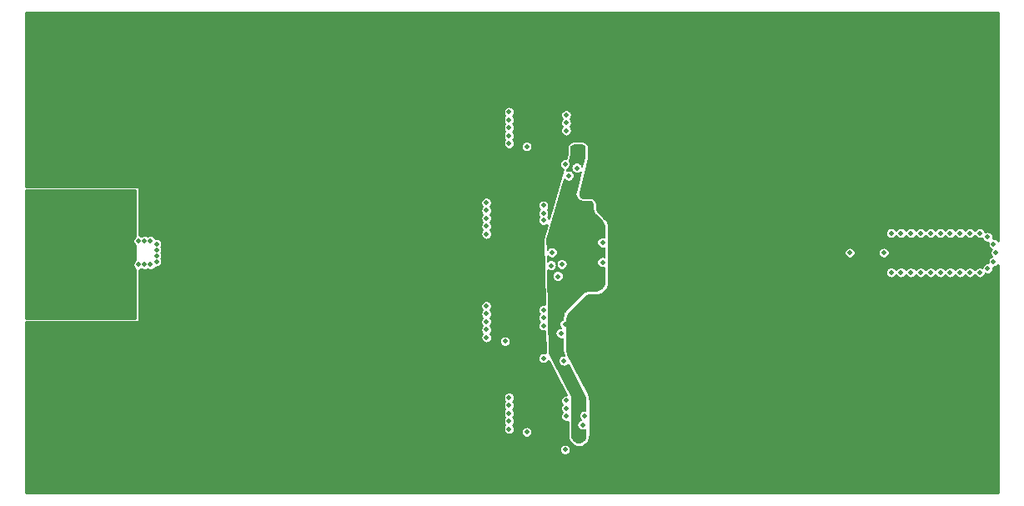
<source format=gbr>
%TF.GenerationSoftware,KiCad,Pcbnew,5.1.7*%
%TF.CreationDate,2020-12-13T01:41:18+00:00*%
%TF.ProjectId,LT3045-4,4c543330-3435-42d3-942e-6b696361645f,rev?*%
%TF.SameCoordinates,Original*%
%TF.FileFunction,Copper,L2,Inr*%
%TF.FilePolarity,Positive*%
%FSLAX46Y46*%
G04 Gerber Fmt 4.6, Leading zero omitted, Abs format (unit mm)*
G04 Created by KiCad (PCBNEW 5.1.7) date 2020-12-13 01:41:18*
%MOMM*%
%LPD*%
G01*
G04 APERTURE LIST*
%TA.AperFunction,ViaPad*%
%ADD10C,0.500000*%
%TD*%
%TA.AperFunction,Conductor*%
%ADD11C,0.200000*%
%TD*%
%TA.AperFunction,Conductor*%
%ADD12C,0.100000*%
%TD*%
%TA.AperFunction,Conductor*%
%ADD13C,0.254000*%
%TD*%
G04 APERTURE END LIST*
D10*
%TO.N,GND*%
X55000000Y-16700000D03*
X48101601Y-9723521D03*
X47125285Y-9944574D03*
X46148969Y-10165626D03*
X45172653Y-10386679D03*
X44196338Y-10607732D03*
X43220022Y-10828784D03*
X42243706Y-11049837D03*
X41267390Y-11270890D03*
X40291074Y-11491942D03*
X39314759Y-11712995D03*
X38338443Y-11934047D03*
X37362127Y-12155100D03*
X36385811Y-12376153D03*
X35409495Y-12597205D03*
X34433180Y-12818258D03*
X33456864Y-13039311D03*
X32480548Y-13260363D03*
X31504232Y-13481416D03*
X30527917Y-13702469D03*
X29551601Y-13923521D03*
X28575285Y-14144574D03*
X27598969Y-14365626D03*
X26622653Y-14586679D03*
X25646338Y-14807732D03*
X24670022Y-15028784D03*
X23693706Y-15249837D03*
X22717390Y-15470890D03*
X21741074Y-15691942D03*
X20764759Y-15912995D03*
X19788443Y-16134047D03*
X18812127Y-16355100D03*
X17835811Y-16576153D03*
X16859495Y-16797205D03*
X15883180Y-17018258D03*
X14906864Y-17239311D03*
X13930548Y-17460363D03*
X12954232Y-17681416D03*
X49077917Y-9502469D03*
X11977917Y-17902469D03*
X48153760Y-43596735D03*
X47177444Y-43288840D03*
X46201128Y-42980945D03*
X45224812Y-42673051D03*
X44248497Y-42365156D03*
X43272181Y-42057261D03*
X42295865Y-41749366D03*
X41319549Y-41441472D03*
X40343233Y-41133577D03*
X39366918Y-40825682D03*
X38390602Y-40517787D03*
X37414286Y-40209893D03*
X36437970Y-39901998D03*
X35461654Y-39594103D03*
X34485339Y-39286208D03*
X33509023Y-38978314D03*
X32532707Y-38670419D03*
X31556391Y-38362524D03*
X30580076Y-38054630D03*
X29603760Y-37746735D03*
X28627444Y-37438840D03*
X27651128Y-37130945D03*
X26674812Y-36823051D03*
X25698497Y-36515156D03*
X24722181Y-36207261D03*
X23745865Y-35899366D03*
X22769549Y-35591472D03*
X21793233Y-35283577D03*
X20816918Y-34975682D03*
X19840602Y-34667787D03*
X18864286Y-34359893D03*
X17887970Y-34051998D03*
X16911654Y-33744103D03*
X15935339Y-33436208D03*
X14959023Y-33128314D03*
X13982707Y-32820419D03*
X13006391Y-32512524D03*
X12030076Y-32204630D03*
X86993467Y-19315379D03*
X86045191Y-18970551D03*
X85096915Y-18625724D03*
X84148639Y-18280896D03*
X83200363Y-17936069D03*
X82252087Y-17591241D03*
X81303811Y-17246413D03*
X80355536Y-16901586D03*
X79407260Y-16556758D03*
X78458984Y-16211931D03*
X77510708Y-15867103D03*
X76562432Y-15522275D03*
X75614156Y-15177448D03*
X74665880Y-14832620D03*
X73717605Y-14487793D03*
X72769329Y-14142965D03*
X71821053Y-13798138D03*
X70872777Y-13453310D03*
X69924501Y-13108482D03*
X68976225Y-12763655D03*
X68027949Y-12418827D03*
X67079674Y-12074000D03*
X66131398Y-11729172D03*
X65183122Y-11384344D03*
X64234846Y-11039517D03*
X63286570Y-10694689D03*
X62338294Y-10349862D03*
X61390018Y-10005034D03*
X60706532Y-11884620D03*
X62603084Y-12574275D03*
X63551360Y-12919103D03*
X64499636Y-13263930D03*
X65447912Y-13608758D03*
X66396188Y-13953586D03*
X67344463Y-14298413D03*
X68292739Y-14643241D03*
X69241015Y-14988068D03*
X70189291Y-15332896D03*
X71137567Y-15677724D03*
X72085843Y-16022551D03*
X73034119Y-16367379D03*
X73982394Y-16712206D03*
X74930670Y-17057034D03*
X75878946Y-17401861D03*
X76827222Y-17746689D03*
X77775498Y-18091517D03*
X78723774Y-18436344D03*
X79672050Y-18781172D03*
X80620325Y-19125999D03*
X81568601Y-19470827D03*
X82516877Y-19815655D03*
X83465153Y-20160482D03*
X84413429Y-20505310D03*
X85361705Y-20850137D03*
X86309981Y-21194965D03*
X84933058Y-21125187D03*
X83906272Y-21035901D03*
X82879487Y-20946616D03*
X81852701Y-20857330D03*
X80825915Y-20768044D03*
X79799130Y-20678759D03*
X78772344Y-20589473D03*
X77745558Y-20500187D03*
X76718772Y-20410901D03*
X75691987Y-20321616D03*
X74665201Y-20232330D03*
X73638415Y-20143044D03*
X72611630Y-20053759D03*
X71584844Y-19964473D03*
X70558058Y-19875187D03*
X69531272Y-19785901D03*
X68504487Y-19696616D03*
X67477701Y-19607330D03*
X66450915Y-19518044D03*
X65424130Y-19428759D03*
X64397344Y-19339473D03*
X63370558Y-19250187D03*
X61316987Y-19071616D03*
X59263415Y-18893044D03*
X60116941Y-20974812D03*
X62170512Y-21153383D03*
X64224084Y-21331955D03*
X65250870Y-21421241D03*
X66277655Y-21510526D03*
X67304441Y-21599812D03*
X68331227Y-21689098D03*
X69358012Y-21778383D03*
X70384798Y-21867669D03*
X71411584Y-21956955D03*
X72438370Y-22046241D03*
X73465155Y-22135526D03*
X74491941Y-22224812D03*
X75518727Y-22314098D03*
X76545512Y-22403383D03*
X77572298Y-22492669D03*
X78599084Y-22581955D03*
X79625870Y-22671241D03*
X80652655Y-22760526D03*
X81679441Y-22849812D03*
X82706227Y-22939098D03*
X83733012Y-23028383D03*
X84759798Y-23117669D03*
X85786584Y-23206955D03*
X59263415Y-31156955D03*
X61316987Y-30978383D03*
X63370558Y-30799812D03*
X64397344Y-30710526D03*
X65424130Y-30621241D03*
X66450915Y-30531955D03*
X67477701Y-30442669D03*
X68504487Y-30353383D03*
X69531272Y-30264098D03*
X70558058Y-30174812D03*
X71584844Y-30085526D03*
X72611630Y-29996241D03*
X73638415Y-29906955D03*
X74665201Y-29817669D03*
X75691987Y-29728383D03*
X76718772Y-29639098D03*
X77745558Y-29549812D03*
X78772344Y-29460526D03*
X79799130Y-29371241D03*
X80825915Y-29281955D03*
X81852701Y-29192669D03*
X82879487Y-29103383D03*
X83906272Y-29014098D03*
X84933058Y-28924812D03*
X85786584Y-26843044D03*
X84759798Y-26932330D03*
X83733012Y-27021616D03*
X82706227Y-27110901D03*
X81679441Y-27200187D03*
X80652655Y-27289473D03*
X79625870Y-27378759D03*
X78599084Y-27468044D03*
X77572298Y-27557330D03*
X76545512Y-27646616D03*
X75518727Y-27735901D03*
X74491941Y-27825187D03*
X73465155Y-27914473D03*
X72438370Y-28003759D03*
X71411584Y-28093044D03*
X70384798Y-28182330D03*
X69358012Y-28271616D03*
X68331227Y-28360901D03*
X67304441Y-28450187D03*
X66277655Y-28539473D03*
X65250870Y-28628759D03*
X64224084Y-28718044D03*
X62170512Y-28896616D03*
X60116941Y-29075187D03*
X61390018Y-40094965D03*
X62338294Y-39750137D03*
X63286570Y-39405310D03*
X64234846Y-39060482D03*
X65183122Y-38715655D03*
X66131398Y-38370827D03*
X67079674Y-38025999D03*
X68027949Y-37681172D03*
X68976225Y-37336344D03*
X69924501Y-36991517D03*
X70872777Y-36646689D03*
X71821053Y-36301861D03*
X72769329Y-35957034D03*
X73717605Y-35612206D03*
X74665880Y-35267379D03*
X75614156Y-34922551D03*
X76562432Y-34577724D03*
X77510708Y-34232896D03*
X78458984Y-33888068D03*
X79407260Y-33543241D03*
X80355536Y-33198413D03*
X81303811Y-32853586D03*
X82252087Y-32508758D03*
X83200363Y-32163930D03*
X84148639Y-31819103D03*
X85096915Y-31474275D03*
X86045191Y-31129448D03*
X86993467Y-30784620D03*
X86309981Y-28905034D03*
X85361705Y-29249862D03*
X84413429Y-29594689D03*
X83465153Y-29939517D03*
X82516877Y-30284344D03*
X81568601Y-30629172D03*
X80620325Y-30974000D03*
X79672050Y-31318827D03*
X78723774Y-31663655D03*
X77775498Y-32008482D03*
X76827222Y-32353310D03*
X75878946Y-32698138D03*
X74930670Y-33042965D03*
X73982394Y-33387793D03*
X73034119Y-33732620D03*
X72085843Y-34077448D03*
X71137567Y-34422275D03*
X70189291Y-34767103D03*
X69241015Y-35111931D03*
X68292739Y-35456758D03*
X67344463Y-35801586D03*
X66396188Y-36146413D03*
X65447912Y-36491241D03*
X64499636Y-36836069D03*
X63551360Y-37180896D03*
X62603084Y-37525724D03*
X60706532Y-38215379D03*
X59216666Y-26000000D03*
X60220000Y-26000000D03*
X64233333Y-26000000D03*
X65236666Y-26000000D03*
X66240000Y-26000000D03*
X67243333Y-26000000D03*
X68246666Y-26000000D03*
X69250000Y-26000000D03*
X70253333Y-26000000D03*
X71256666Y-26000000D03*
X72260000Y-26000000D03*
X73263333Y-26000000D03*
X74266666Y-26000000D03*
X75270000Y-26000000D03*
X76273333Y-26000000D03*
X77276666Y-26000000D03*
X78280000Y-26000000D03*
X79283333Y-26000000D03*
X80286666Y-26000000D03*
X80286666Y-24000000D03*
X79283333Y-24000000D03*
X78280000Y-24000000D03*
X77276666Y-24000000D03*
X76273333Y-24000000D03*
X75270000Y-24000000D03*
X74266666Y-24000000D03*
X73263333Y-24000000D03*
X72260000Y-24000000D03*
X71256666Y-24000000D03*
X70253333Y-24000000D03*
X69250000Y-24000000D03*
X68246666Y-24000000D03*
X67243333Y-24000000D03*
X66240000Y-24000000D03*
X65236666Y-24000000D03*
X64233333Y-24000000D03*
X60220000Y-24000000D03*
X59216666Y-24000000D03*
X53700000Y-42500000D03*
X54500000Y-42500000D03*
X54500000Y-43300000D03*
X53700000Y-43300000D03*
X53700000Y-44100000D03*
X54500000Y-44100000D03*
X51400000Y-33200000D03*
X52200000Y-33200000D03*
X51400000Y-34000000D03*
X52200000Y-34000000D03*
X52200000Y-34800000D03*
X51400000Y-34800000D03*
X53700000Y-13500000D03*
X54500000Y-13500000D03*
X54500000Y-14300000D03*
X53700000Y-14300000D03*
X53700000Y-15100000D03*
X54500000Y-15100000D03*
X51400000Y-22800000D03*
X52200000Y-22800000D03*
X52200000Y-23600000D03*
X51400000Y-23600000D03*
X52200000Y-24400000D03*
X51400000Y-24400000D03*
X97000000Y-19500000D03*
X97000000Y-30500000D03*
X52300000Y-17000000D03*
X47700000Y-26200000D03*
X1369439Y-1292123D03*
X1202358Y-4243574D03*
X1392106Y-7027164D03*
X1413159Y-9604904D03*
X1248597Y-12502258D03*
X1294658Y-15509721D03*
X1378819Y-32941711D03*
X1401772Y-35693822D03*
X1407566Y-38356637D03*
X1529467Y-41262470D03*
X1241935Y-44170037D03*
X1353815Y-46822076D03*
X2171354Y-17380047D03*
X2858846Y-2694693D03*
X2643935Y-5511557D03*
X2822349Y-8226161D03*
X2725706Y-11090482D03*
X2860838Y-14095584D03*
X2758601Y-34391037D03*
X2612218Y-37002315D03*
X2862512Y-39910955D03*
X2884716Y-42779223D03*
X2724859Y-45381433D03*
X2709776Y-48229159D03*
X3328770Y-16007784D03*
X4091369Y-1310388D03*
X4109338Y-4133329D03*
X4174611Y-7083318D03*
X4153511Y-9897100D03*
X4299085Y-12442389D03*
X4252902Y-32717802D03*
X4176389Y-35780062D03*
X4010896Y-38436549D03*
X4213487Y-41136645D03*
X4223605Y-44232539D03*
X4017578Y-46748740D03*
X4938235Y-14717347D03*
X4951100Y-17369211D03*
X5685019Y-2656271D03*
X5404712Y-5555605D03*
X5472705Y-8527562D03*
X5476190Y-11072823D03*
X5501670Y-34337227D03*
X5720692Y-36919247D03*
X5487356Y-39931090D03*
X5409546Y-42526547D03*
X5618801Y-45345402D03*
X5573792Y-48211608D03*
X6134065Y-13273033D03*
X6423872Y-16037497D03*
X7125486Y-1496624D03*
X7121467Y-4077524D03*
X7074867Y-6921483D03*
X6875173Y-9724835D03*
X7025295Y-32977567D03*
X6869468Y-35632979D03*
X6864854Y-38300505D03*
X6920079Y-41436864D03*
X6837073Y-44101562D03*
X7073671Y-47022898D03*
X7718513Y-11944148D03*
X7723278Y-14665273D03*
X7772231Y-17309961D03*
X8335963Y-2916995D03*
X8483001Y-5587280D03*
X8503457Y-8521717D03*
X8431227Y-36962079D03*
X8234596Y-40027337D03*
X8296360Y-42663653D03*
X8375491Y-45371634D03*
X8262705Y-48435226D03*
X9073102Y-10413670D03*
X9160415Y-13349201D03*
X8929501Y-16153273D03*
X9646217Y-1352055D03*
X9938352Y-4074463D03*
X9929623Y-7095556D03*
X9742943Y-35819376D03*
X9760567Y-38370475D03*
X9920440Y-41238752D03*
X9614092Y-44004108D03*
X9684598Y-46927118D03*
X10451321Y-9055219D03*
X10484825Y-11703195D03*
X10385702Y-14545758D03*
X10451211Y-17516296D03*
X11204916Y-2906883D03*
X11310767Y-5623043D03*
X11103488Y-37022818D03*
X11182540Y-39895216D03*
X11224908Y-42631298D03*
X11058261Y-45300271D03*
X11131662Y-48408172D03*
X11809314Y-7815640D03*
X12033962Y-10500314D03*
X11747882Y-13246452D03*
X11754086Y-16241340D03*
X11894532Y-33474248D03*
X12518603Y-1258155D03*
X12690123Y-4271970D03*
X12611534Y-35561941D03*
X12662862Y-38646826D03*
X12511614Y-41383875D03*
X12623465Y-43939364D03*
X12458154Y-46824319D03*
X13323369Y-6317219D03*
X13140554Y-9247387D03*
X13148095Y-12003954D03*
X13258494Y-14594397D03*
X13954927Y-2922023D03*
X13985985Y-16643494D03*
X14102316Y-34142194D03*
X14107433Y-37104128D03*
X13882067Y-39817185D03*
X13905097Y-42657624D03*
X14063949Y-45556603D03*
X13870878Y-48392141D03*
X14748840Y-4884972D03*
X14542031Y-7802162D03*
X14640460Y-10590513D03*
X14682219Y-13221637D03*
X15385162Y-1279260D03*
X15230552Y-15484537D03*
X15351562Y-35773760D03*
X15481576Y-38495474D03*
X15273340Y-41157820D03*
X15243183Y-44191652D03*
X15534863Y-46946979D03*
X16142547Y-3375239D03*
X15963693Y-6423645D03*
X16183420Y-8959017D03*
X16095996Y-11816078D03*
X16917739Y-14024375D03*
X16746586Y-37226536D03*
X16676926Y-39823602D03*
X16711377Y-42639173D03*
X16846838Y-45630825D03*
X16782627Y-48220269D03*
X17523344Y-1998765D03*
X17407277Y-4943780D03*
X17509612Y-7842677D03*
X17567012Y-10458749D03*
X17562633Y-16082982D03*
X18105336Y-12413945D03*
X18044737Y-35551744D03*
X18048495Y-38310447D03*
X18172274Y-41233205D03*
X18280693Y-43929086D03*
X18207205Y-46706836D03*
X18751606Y-3447416D03*
X19035203Y-6279122D03*
X18822746Y-8961446D03*
X18898253Y-14760856D03*
X19652081Y-1389382D03*
X19723867Y-11071189D03*
X19418375Y-37169627D03*
X19547348Y-39786262D03*
X19471305Y-42789932D03*
X19738353Y-45442701D03*
X19509466Y-48402921D03*
X20228878Y-4869921D03*
X20181121Y-7844775D03*
X20151216Y-13366943D03*
X21033800Y-2833949D03*
X21072312Y-9655492D03*
X21055417Y-15380470D03*
X21061197Y-38378494D03*
X20820174Y-41136131D03*
X21090680Y-43947890D03*
X20874047Y-46908071D03*
X21603606Y-6201422D03*
X21827754Y-11902533D03*
X21529593Y-36237702D03*
X22434125Y-1374254D03*
X22241015Y-4328691D03*
X22541765Y-8290444D03*
X22304726Y-13930313D03*
X22253059Y-39800634D03*
X22422841Y-42774903D03*
X22457288Y-45406404D03*
X22329718Y-48237597D03*
X23130195Y-10477749D03*
X23248365Y-37878206D03*
X23915908Y-2806896D03*
X23787737Y-5429972D03*
X23844344Y-12542107D03*
X23668118Y-41184176D03*
X23935699Y-44140978D03*
X23707626Y-46752865D03*
X24348740Y-7550904D03*
X24315371Y-39203881D03*
X25282874Y-1324397D03*
X25140542Y-4142905D03*
X25196557Y-9932375D03*
X25192170Y-42814748D03*
X25333626Y-45538051D03*
X25125177Y-48358031D03*
X25857377Y-6370422D03*
X25799375Y-11820799D03*
X25949137Y-37871997D03*
X26013644Y-40487857D03*
X26523986Y-2894805D03*
X26738439Y-8287657D03*
X26433183Y-44109619D03*
X26472660Y-47010856D03*
X27203020Y-4919238D03*
X27409858Y-10383462D03*
X27428658Y-39334238D03*
X27341542Y-42026314D03*
X27871105Y-1415157D03*
X27827947Y-7029344D03*
X27822104Y-12485155D03*
X28011386Y-45581745D03*
X27930180Y-48161152D03*
X28697830Y-3383249D03*
X28827426Y-9168538D03*
X28508801Y-40749686D03*
X28841769Y-43228161D03*
X29277637Y-5644349D03*
X29214428Y-11012154D03*
X29352868Y-47049569D03*
X30114607Y-2244014D03*
X29933485Y-7619108D03*
X30203300Y-13100833D03*
X30160833Y-39256300D03*
X30157298Y-42109182D03*
X29912241Y-44922250D03*
X30649899Y-4288745D03*
X30945035Y-9757627D03*
X30674727Y-48289101D03*
X31423224Y-6103757D03*
X31638230Y-11818212D03*
X31427826Y-40411768D03*
X31307727Y-43387072D03*
X31597010Y-46206132D03*
X32021656Y-1304735D03*
X32330486Y-8399520D03*
X32855629Y-3451181D03*
X32951553Y-10592639D03*
X32880920Y-26437628D03*
X33024201Y-42131096D03*
X32881769Y-44893431D03*
X32914296Y-47727220D03*
X33545746Y-5519259D03*
X34389222Y-2117910D03*
X34122946Y-7527408D03*
X34332783Y-40444562D03*
X34134849Y-43499867D03*
X34296994Y-46327646D03*
X35133895Y-4106887D03*
X35009581Y-9866607D03*
X35099327Y-25800541D03*
X34815298Y-48119829D03*
X35655350Y-6250966D03*
X35568364Y-11755446D03*
X35810053Y-41985198D03*
X35701395Y-44914529D03*
X36355016Y-1486670D03*
X36390137Y-8306486D03*
X36432701Y-19693503D03*
X36207528Y-27258941D03*
X36494199Y-47045750D03*
X37194953Y-3487371D03*
X37073193Y-10372042D03*
X36953550Y-33622269D03*
X37113067Y-43369558D03*
X37907961Y-5739013D03*
X37947042Y-25999408D03*
X37797294Y-45574028D03*
X37757137Y-48276542D03*
X38567021Y-1923063D03*
X38635010Y-7775286D03*
X38409088Y-18838034D03*
X38351105Y-27978940D03*
X38446683Y-42076021D03*
X39021327Y-4228163D03*
X39139204Y-9712653D03*
X39271158Y-34351293D03*
X39325524Y-44101014D03*
X39283384Y-46782647D03*
X39923613Y-6156423D03*
X39855341Y-26463075D03*
X40673342Y-1283290D03*
X40511082Y-8250589D03*
X40488667Y-18170452D03*
X40746810Y-42601738D03*
X40648433Y-45373693D03*
X40527277Y-48363230D03*
X41168804Y-3571669D03*
X41270501Y-10360581D03*
X41290584Y-27851205D03*
X41289436Y-35135028D03*
X41907281Y-5597321D03*
X41925048Y-25253136D03*
X42074534Y-44053826D03*
X42124876Y-46786471D03*
X42824650Y-1902210D03*
X42849907Y-7627364D03*
X42601726Y-17480985D03*
X43523239Y-4058100D03*
X43377226Y-9921503D03*
X43535924Y-26469438D03*
X43329607Y-35655793D03*
X43231195Y-45450409D03*
X43479531Y-48349300D03*
X43901943Y-6285617D03*
X44035149Y-43253910D03*
X44625686Y-1524207D03*
X44821894Y-8384814D03*
X44770189Y-16627302D03*
X44892040Y-25295227D03*
X44805987Y-46727185D03*
X45447653Y-3626995D03*
X45361154Y-35011855D03*
X45495942Y-44682358D03*
X46173121Y-5598558D03*
X46339162Y-26489482D03*
X46260250Y-37003027D03*
X46239498Y-48161547D03*
X46780859Y-2156631D03*
X46922992Y-46175599D03*
X47417023Y-4011741D03*
X47460811Y-6907333D03*
X47568902Y-15993032D03*
X47715506Y-25335065D03*
X47630655Y-27980862D03*
X47427088Y-35563848D03*
X48352872Y-18005108D03*
X48256360Y-44714519D03*
X48423392Y-47610572D03*
X48997404Y-1288820D03*
X48869860Y-5543706D03*
X49140315Y-29230968D03*
X49535475Y-3355494D03*
X49772495Y-7769664D03*
X49780453Y-15480949D03*
X49653641Y-19487678D03*
X49639288Y-27140372D03*
X49626214Y-36353930D03*
X49839041Y-46139642D03*
X50522380Y-30675265D03*
X50209972Y-48286785D03*
X51080185Y-2062923D03*
X51104249Y-4803263D03*
X51035241Y-8952118D03*
X51122300Y-28699975D03*
X50955448Y-37890921D03*
X51756839Y-7110357D03*
X51738360Y-25907522D03*
X52381355Y-3371071D03*
X52492637Y-10485277D03*
X52320543Y-39143300D03*
X52588131Y-45336242D03*
X53245705Y-1360762D03*
X53065186Y-5744898D03*
X53237910Y-8317625D03*
X53176320Y-47583486D03*
X54596871Y-2876174D03*
X54574285Y-7013082D03*
X55321226Y-4700864D03*
X55174233Y-46794003D03*
X55927901Y-1485307D03*
X56518810Y-3443856D03*
X56566743Y-6220261D03*
X56687657Y-45458775D03*
X56673421Y-48109812D03*
X57977822Y-2056770D03*
X58180252Y-5019740D03*
X58168377Y-7691114D03*
X58126187Y-47036725D03*
X59312260Y-3468882D03*
X59421158Y-6355292D03*
X59557985Y-48114793D03*
X60172804Y-1266416D03*
X60001907Y-8382681D03*
X60259191Y-46182682D03*
X61013297Y-4778079D03*
X60903211Y-44239403D03*
X61606793Y-2662600D03*
X61477997Y-6874300D03*
X61665731Y-41112789D03*
X61693992Y-47522776D03*
X62374189Y-9131594D03*
X62408372Y-45578233D03*
X63094184Y-1327659D03*
X62980996Y-4252447D03*
X63016609Y-42719135D03*
X63827581Y-6191650D03*
X63820567Y-14834481D03*
X63597730Y-17594162D03*
X63598656Y-22403947D03*
X63511899Y-27266603D03*
X63782222Y-32259269D03*
X63808750Y-35047730D03*
X63582657Y-40537206D03*
X63674806Y-47030109D03*
X64421328Y-2768179D03*
X64228159Y-8496817D03*
X64501786Y-43970960D03*
X64904966Y-4901817D03*
X65156398Y-16209476D03*
X65031828Y-33416121D03*
X65003110Y-41896456D03*
X64960279Y-48339230D03*
X65918972Y-1302302D03*
X65890726Y-7113491D03*
X65704697Y-9868911D03*
X65808759Y-18167122D03*
X65766665Y-39852536D03*
X65754842Y-45440810D03*
X66499903Y-3577697D03*
X66632430Y-27291512D03*
X66366552Y-32076193D03*
X66505756Y-43376455D03*
X67261852Y-5593417D03*
X67305454Y-8443243D03*
X67020683Y-15423839D03*
X67172051Y-34273273D03*
X67004113Y-41418729D03*
X67030466Y-46715950D03*
X67794651Y-2137392D03*
X68024120Y-10496282D03*
X67948713Y-17468025D03*
X67727576Y-39092763D03*
X67935966Y-44608810D03*
X68646384Y-4209441D03*
X68613196Y-6846626D03*
X68513008Y-31334238D03*
X68575472Y-42677267D03*
X68495658Y-48442443D03*
X69368479Y-8930566D03*
X69396493Y-27237711D03*
X69160901Y-33452674D03*
X69131360Y-40510328D03*
X69214933Y-46092766D03*
X70031961Y-1386514D03*
X70034976Y-5740695D03*
X69902395Y-11140651D03*
X69820948Y-16667033D03*
X69851620Y-38380295D03*
X69876035Y-44240328D03*
X70577724Y-3400756D03*
X70753773Y-7506451D03*
X70604360Y-18737784D03*
X70806008Y-32311700D03*
X70755065Y-41841114D03*
X70500409Y-47418940D03*
X71239152Y-9742466D03*
X71288418Y-40039795D03*
X71345314Y-45452740D03*
X72220545Y-2124060D03*
X72109400Y-4952126D03*
X72193130Y-12001554D03*
X71960959Y-17469814D03*
X72085714Y-37686806D03*
X72156774Y-43235155D03*
X72744697Y-6868699D03*
X72832519Y-31385516D03*
X72667153Y-41194467D03*
X72793710Y-46775325D03*
X73492808Y-3606040D03*
X73396625Y-8942865D03*
X73442269Y-18701970D03*
X73500047Y-39033657D03*
X73539624Y-44805130D03*
X74134909Y-1424405D03*
X74343799Y-5623295D03*
X74292700Y-11219184D03*
X74098106Y-37135105D03*
X74273466Y-42605016D03*
X74348335Y-48241825D03*
X74762153Y-7681363D03*
X74931104Y-13309868D03*
X74794884Y-30806264D03*
X74985703Y-40431923D03*
X74783685Y-46255032D03*
X75737632Y-2618956D03*
X75725949Y-9619856D03*
X75549321Y-38326419D03*
X75672805Y-44175326D03*
X76400374Y-5026989D03*
X76413886Y-11917326D03*
X76206264Y-18772327D03*
X76291232Y-36435466D03*
X76196308Y-42091815D03*
X76222622Y-47598326D03*
X76956094Y-1305729D03*
X76959086Y-7096485D03*
X77050957Y-13959042D03*
X76931923Y-39741766D03*
X77084548Y-45481110D03*
X77564299Y-3421790D03*
X77715214Y-8900230D03*
X77639127Y-30613255D03*
X77706933Y-37610880D03*
X77815877Y-43311696D03*
X78532635Y-5614173D03*
X78483338Y-11234194D03*
X78398707Y-35600982D03*
X78473421Y-41159658D03*
X78500874Y-46796551D03*
X79026848Y-2082023D03*
X78932398Y-7523847D03*
X79077995Y-13229298D03*
X79037524Y-39315008D03*
X78940034Y-44862156D03*
X79908780Y-4109252D03*
X79946148Y-9721591D03*
X79630746Y-15329584D03*
X79925431Y-37183648D03*
X79756345Y-42768200D03*
X79860957Y-48173489D03*
X80539334Y-6394512D03*
X80591681Y-11733584D03*
X80383504Y-34436919D03*
X80377045Y-40702260D03*
X80341706Y-46106992D03*
X81123090Y-1432722D03*
X81096194Y-8360255D03*
X81197263Y-14039227D03*
X81057728Y-38496949D03*
X81178067Y-44245763D03*
X81861166Y-3595444D03*
X82009341Y-10397398D03*
X81749552Y-16219600D03*
X81769232Y-35550121D03*
X81819520Y-41878253D03*
X81974328Y-47563782D03*
X82459548Y-5513643D03*
X82609986Y-12714875D03*
X82422907Y-33536629D03*
X82684099Y-39845411D03*
X82552310Y-45524252D03*
X83176607Y-2143049D03*
X83306016Y-7657353D03*
X83378244Y-14518077D03*
X83198275Y-36987982D03*
X83449169Y-43350980D03*
X83952357Y-4114202D03*
X83994748Y-9778476D03*
X84124547Y-16653137D03*
X84110959Y-34860711D03*
X84110420Y-41193270D03*
X83892861Y-46870900D03*
X84821347Y-6296116D03*
X84572043Y-12027709D03*
X84537866Y-32941997D03*
X84510849Y-38577348D03*
X84741125Y-44871646D03*
X85269192Y-1407579D03*
X85442951Y-8533542D03*
X85272332Y-14055249D03*
X85441794Y-36412318D03*
X85210833Y-42673991D03*
X85534793Y-48169219D03*
X86069515Y-3642626D03*
X85991373Y-10305076D03*
X86126011Y-16160245D03*
X85916117Y-34377325D03*
X86038008Y-39775128D03*
X85979258Y-46346150D03*
X86824226Y-5604640D03*
X86745122Y-12685357D03*
X86880201Y-32113412D03*
X86624595Y-37909710D03*
X86875074Y-44168937D03*
X87420757Y-2218350D03*
X87556544Y-7560812D03*
X87376885Y-14611298D03*
X87347075Y-17452963D03*
X87345734Y-35593352D03*
X87512077Y-41207017D03*
X87410271Y-47720783D03*
X88035603Y-4157638D03*
X88168047Y-9629557D03*
X88053254Y-33617415D03*
X88314660Y-39303977D03*
X88296077Y-45484992D03*
X88771608Y-6150827D03*
X88922523Y-11833433D03*
X88926396Y-16215466D03*
X88739143Y-31468060D03*
X88910463Y-37116419D03*
X88785112Y-42507015D03*
X89560299Y-1334994D03*
X89433945Y-8302956D03*
X89434625Y-13917355D03*
X89688084Y-18002030D03*
X89707151Y-34865896D03*
X89739011Y-40558684D03*
X89602322Y-46954959D03*
X90223195Y-3387594D03*
X90341207Y-10351787D03*
X90415334Y-33028520D03*
X90265872Y-38591143D03*
X90160576Y-44211808D03*
X90924566Y-5509990D03*
X91090626Y-12420078D03*
X90818481Y-15263916D03*
X91114555Y-19533734D03*
X91137447Y-30183572D03*
X90803730Y-36258599D03*
X90825482Y-42126257D03*
X90959080Y-48416580D03*
X91790045Y-2112793D03*
X91825096Y-7538732D03*
X91706723Y-17377141D03*
X91732882Y-34295834D03*
X91777085Y-39747190D03*
X91581216Y-45572180D03*
X92422728Y-4013293D03*
X92498173Y-9841181D03*
X92363827Y-14072395D03*
X92390888Y-20958840D03*
X92340155Y-28772371D03*
X92321192Y-31314752D03*
X92263126Y-37621339D03*
X92501293Y-43206775D03*
X93227673Y-6325085D03*
X92999066Y-12032644D03*
X93209969Y-15981900D03*
X93199454Y-18838525D03*
X93092655Y-35840768D03*
X93026667Y-41383993D03*
X93152845Y-46873898D03*
X93896926Y-1294714D03*
X93770036Y-8537519D03*
X93891368Y-30086129D03*
X93748297Y-32885179D03*
X93792188Y-39120922D03*
X93818563Y-44715907D03*
X94638177Y-3527880D03*
X94543648Y-10398725D03*
X94628516Y-13216991D03*
X94528545Y-17610550D03*
X94588747Y-28100000D03*
X94356089Y-37078355D03*
X94625441Y-42813076D03*
X94620364Y-48319712D03*
X95013465Y-5531334D03*
X95139487Y-15354851D03*
X95258181Y-31526040D03*
X95264658Y-34156258D03*
X95107691Y-40446429D03*
X95316066Y-46173530D03*
X95955352Y-2080726D03*
X95762356Y-7623053D03*
X95938688Y-11812074D03*
X95912612Y-38514925D03*
X96026227Y-43929626D03*
X96748035Y-4086459D03*
X96646335Y-9844534D03*
X96426442Y-13982897D03*
X96519651Y-16786839D03*
X96674776Y-32914336D03*
X96545092Y-35707428D03*
X96738924Y-41835962D03*
X96450739Y-47591024D03*
X97312353Y-6397988D03*
X97500000Y-28100000D03*
X97276889Y-39919193D03*
X97166622Y-45374655D03*
X98116147Y-1399918D03*
X98074047Y-8411475D03*
X97958551Y-11229942D03*
X98067063Y-15435992D03*
X98038226Y-18190783D03*
X97879697Y-34196971D03*
X97872982Y-36972872D03*
X97846844Y-43414107D03*
X98799138Y-3492995D03*
X98545829Y-13368389D03*
X98621830Y-30834550D03*
X98835242Y-41343413D03*
X98674144Y-46919584D03*
X65900000Y-22800000D03*
X68400000Y-22600000D03*
X70700000Y-23000000D03*
X74400000Y-23000000D03*
X77700000Y-23400000D03*
X79100000Y-19600000D03*
X38300000Y-11400000D03*
X1804999Y-22374999D03*
X1804999Y-27274999D03*
X1804999Y-30774999D03*
X3204999Y-27974999D03*
X3904999Y-22374999D03*
X3904999Y-30774999D03*
X4604999Y-27274999D03*
X6004999Y-19574999D03*
X6004999Y-21674999D03*
X6004999Y-28674999D03*
X6004999Y-30774999D03*
X7404999Y-20274999D03*
X7404999Y-30074999D03*
X8804999Y-19574999D03*
X8804999Y-30774999D03*
X10204999Y-30074999D03*
X10904999Y-19574999D03*
X1200000Y-19200000D03*
X3300000Y-19200000D03*
X7800000Y-19300000D03*
X8500000Y-29500000D03*
X3200000Y-27000000D03*
X2800000Y-23400000D03*
X6100000Y-23300000D03*
X7400000Y-21800000D03*
X30000000Y-26700000D03*
X35500000Y-33500000D03*
X35500000Y-19800000D03*
X39600000Y-19300000D03*
X41900000Y-18900000D03*
X44000000Y-18800000D03*
X43800000Y-28600000D03*
X45800000Y-28500000D03*
X45800000Y-18400000D03*
X46600000Y-16700000D03*
X53700000Y-17000000D03*
X55800000Y-17200000D03*
X56600000Y-16400000D03*
X52600000Y-11800000D03*
X51000000Y-10100000D03*
X52200000Y-27500000D03*
X54000000Y-26300000D03*
X54700000Y-27400000D03*
X55100000Y-26200000D03*
X57400000Y-41600000D03*
X52700000Y-41000000D03*
X51200000Y-39400000D03*
X49100000Y-38700000D03*
X55300000Y-36000000D03*
X53900000Y-37400000D03*
X53600000Y-36400000D03*
X51900000Y-36500000D03*
X52500000Y-37600000D03*
X54800000Y-48700000D03*
X55400000Y-32300000D03*
X57700000Y-12500000D03*
X49800000Y-43900000D03*
X49100000Y-43900000D03*
X57300000Y-13300000D03*
X57200000Y-42500000D03*
X55000000Y-33200000D03*
%TO.N,Net-(R5-Pad2)*%
X54100000Y-25000000D03*
X84300000Y-25000000D03*
%TO.N,/VOUT*%
X99100000Y-25000000D03*
X97500000Y-23000000D03*
X96500000Y-23000000D03*
X95500000Y-23000000D03*
X94500000Y-23000000D03*
X97500000Y-27000000D03*
X96500000Y-27000000D03*
X95500000Y-27000000D03*
X94500000Y-27000000D03*
X93500000Y-27000000D03*
X92500000Y-27000000D03*
X93500000Y-23000000D03*
X92500000Y-23000000D03*
X87750000Y-25000000D03*
X55500000Y-12600000D03*
X55500000Y-11800000D03*
X55500000Y-11000000D03*
X53200000Y-20200000D03*
X53200000Y-32400000D03*
X53200000Y-31600000D03*
X53200000Y-30800000D03*
X55500000Y-41600000D03*
X55500000Y-40800000D03*
X55500000Y-40000000D03*
X98300000Y-26600000D03*
X98900000Y-25900000D03*
X98900000Y-24100000D03*
X98300000Y-23400000D03*
X91500000Y-23000000D03*
X90500000Y-23000000D03*
X89500000Y-23000000D03*
X88500000Y-23000000D03*
X91500000Y-27000000D03*
X90500000Y-27000000D03*
X89500000Y-27000000D03*
X88500000Y-27000000D03*
X53200000Y-21000000D03*
X53200000Y-21700000D03*
%TO.N,/VIN*%
X49700000Y-10700000D03*
X49700000Y-11500000D03*
X49700000Y-12300000D03*
X49700000Y-13100000D03*
X49700000Y-13900000D03*
X47400000Y-19900000D03*
X47400000Y-20700000D03*
X47400000Y-21500000D03*
X47400000Y-22300000D03*
X47400000Y-23100000D03*
X47400000Y-30400000D03*
X47400000Y-31200000D03*
X47400000Y-32000000D03*
X47400000Y-32800000D03*
X47400000Y-33600000D03*
X49700000Y-39700000D03*
X49700000Y-40500000D03*
X49700000Y-41300000D03*
X49700000Y-42100000D03*
X49700000Y-42900000D03*
X13900000Y-24100000D03*
X13900000Y-25900000D03*
X13900000Y-24700000D03*
X13900000Y-25300000D03*
X12100000Y-26200000D03*
X12100000Y-23800000D03*
X12700000Y-23800000D03*
X13300000Y-23800000D03*
X13300000Y-26200000D03*
X12700000Y-26200000D03*
X53200000Y-35700000D03*
X49300000Y-34000000D03*
X55400000Y-16000000D03*
X55400006Y-45000000D03*
X51500000Y-14200000D03*
X51500000Y-43200000D03*
%TO.N,Net-(C11-Pad1)*%
X56500000Y-43800000D03*
X54450000Y-34550000D03*
X56650000Y-14800000D03*
X54100000Y-24000000D03*
%TD*%
D11*
%TO.N,Net-(C11-Pad1)*%
X57250218Y-14120188D02*
X57327904Y-14172096D01*
X57379812Y-14249782D01*
X57400000Y-14351272D01*
X57400000Y-15073554D01*
X57372835Y-15299084D01*
X57135178Y-16271316D01*
X57128864Y-16239571D01*
X57087403Y-16139477D01*
X57027213Y-16049396D01*
X56950604Y-15972787D01*
X56860523Y-15912597D01*
X56760429Y-15871136D01*
X56654170Y-15850000D01*
X56545830Y-15850000D01*
X56439571Y-15871136D01*
X56339477Y-15912597D01*
X56249396Y-15972787D01*
X56172787Y-16049396D01*
X56112597Y-16139477D01*
X56071136Y-16239571D01*
X56050000Y-16345830D01*
X56050000Y-16454170D01*
X56071136Y-16560429D01*
X56112597Y-16660523D01*
X56172787Y-16750604D01*
X56249396Y-16827213D01*
X56339477Y-16887403D01*
X56439571Y-16928864D01*
X56545830Y-16950000D01*
X56654170Y-16950000D01*
X56760429Y-16928864D01*
X56860523Y-16887403D01*
X56950604Y-16827213D01*
X57015044Y-16762773D01*
X56504695Y-18850566D01*
X56502444Y-18863291D01*
X56483479Y-19034345D01*
X56483967Y-19060134D01*
X56509385Y-19230349D01*
X56516452Y-19255154D01*
X56584560Y-19413206D01*
X56597737Y-19435380D01*
X56704006Y-19570754D01*
X56722415Y-19588818D01*
X56859774Y-19692509D01*
X56882193Y-19705265D01*
X57041504Y-19770373D01*
X57066439Y-19776970D01*
X57237104Y-19799165D01*
X57250000Y-19800000D01*
X57948728Y-19800000D01*
X58050218Y-19820188D01*
X58127904Y-19872096D01*
X58179812Y-19949782D01*
X58200000Y-20051272D01*
X58200000Y-20385786D01*
X58200482Y-20395588D01*
X58219697Y-20590679D01*
X58223521Y-20609905D01*
X58280426Y-20797498D01*
X58287928Y-20815610D01*
X58380338Y-20988497D01*
X58391229Y-21004797D01*
X58515592Y-21156333D01*
X58522182Y-21163604D01*
X59132923Y-21774345D01*
X59247922Y-21914471D01*
X59331045Y-22069984D01*
X59382232Y-22238728D01*
X59400000Y-22419122D01*
X59400000Y-23480624D01*
X59377095Y-23471136D01*
X59270836Y-23450000D01*
X59162496Y-23450000D01*
X59056237Y-23471136D01*
X58956143Y-23512597D01*
X58866062Y-23572787D01*
X58789453Y-23649396D01*
X58729263Y-23739477D01*
X58687802Y-23839571D01*
X58666666Y-23945830D01*
X58666666Y-24054170D01*
X58687802Y-24160429D01*
X58729263Y-24260523D01*
X58789453Y-24350604D01*
X58866062Y-24427213D01*
X58956143Y-24487403D01*
X59056237Y-24528864D01*
X59162496Y-24550000D01*
X59270836Y-24550000D01*
X59377095Y-24528864D01*
X59400000Y-24519376D01*
X59400000Y-25480624D01*
X59377095Y-25471136D01*
X59270836Y-25450000D01*
X59162496Y-25450000D01*
X59056237Y-25471136D01*
X58956143Y-25512597D01*
X58866062Y-25572787D01*
X58789453Y-25649396D01*
X58729263Y-25739477D01*
X58687802Y-25839571D01*
X58666666Y-25945830D01*
X58666666Y-26054170D01*
X58687802Y-26160429D01*
X58729263Y-26260523D01*
X58789453Y-26350604D01*
X58866062Y-26427213D01*
X58956143Y-26487403D01*
X59056237Y-26528864D01*
X59162496Y-26550000D01*
X59270836Y-26550000D01*
X59377095Y-26528864D01*
X59400000Y-26519376D01*
X59400000Y-27995092D01*
X59382232Y-28175485D01*
X59331045Y-28344229D01*
X59247920Y-28499745D01*
X59136054Y-28636054D01*
X58999745Y-28747920D01*
X58844229Y-28831045D01*
X58675485Y-28882232D01*
X58495092Y-28900000D01*
X57914214Y-28900000D01*
X57904412Y-28900482D01*
X57709321Y-28919697D01*
X57690095Y-28923521D01*
X57502502Y-28980426D01*
X57484390Y-28987928D01*
X57311503Y-29080338D01*
X57295203Y-29091229D01*
X57143667Y-29215592D01*
X57136396Y-29222182D01*
X55522182Y-30836396D01*
X55515592Y-30843667D01*
X55391229Y-30995203D01*
X55380338Y-31011503D01*
X55287928Y-31184390D01*
X55280426Y-31202502D01*
X55223521Y-31390095D01*
X55219697Y-31409321D01*
X55200482Y-31604412D01*
X55200000Y-31614214D01*
X55200000Y-31787527D01*
X55139477Y-31812597D01*
X55049396Y-31872787D01*
X54972787Y-31949396D01*
X54912597Y-32039477D01*
X54871136Y-32139571D01*
X54850000Y-32245830D01*
X54850000Y-32354170D01*
X54871136Y-32460429D01*
X54912597Y-32560523D01*
X54972383Y-32650000D01*
X54945830Y-32650000D01*
X54839571Y-32671136D01*
X54739477Y-32712597D01*
X54649396Y-32772787D01*
X54572787Y-32849396D01*
X54512597Y-32939477D01*
X54471136Y-33039571D01*
X54450000Y-33145830D01*
X54450000Y-33254170D01*
X54471136Y-33360429D01*
X54512597Y-33460523D01*
X54572787Y-33550604D01*
X54649396Y-33627213D01*
X54739477Y-33687403D01*
X54839571Y-33728864D01*
X54945830Y-33750000D01*
X55054170Y-33750000D01*
X55160429Y-33728864D01*
X55200000Y-33712473D01*
X55200000Y-34959256D01*
X55200697Y-34971041D01*
X55228474Y-35205098D01*
X55233991Y-35228013D01*
X55315779Y-35449067D01*
X55316188Y-35450000D01*
X55245830Y-35450000D01*
X55139571Y-35471136D01*
X55039477Y-35512597D01*
X54949396Y-35572787D01*
X54872787Y-35649396D01*
X54812597Y-35739477D01*
X54771136Y-35839571D01*
X54750000Y-35945830D01*
X54750000Y-36054170D01*
X54771136Y-36160429D01*
X54812597Y-36260523D01*
X54872787Y-36350604D01*
X54949396Y-36427213D01*
X55039477Y-36487403D01*
X55139571Y-36528864D01*
X55245830Y-36550000D01*
X55354170Y-36550000D01*
X55460429Y-36528864D01*
X55560523Y-36487403D01*
X55650604Y-36427213D01*
X55727213Y-36350604D01*
X55754732Y-36309419D01*
X57398701Y-39525879D01*
X57474318Y-39730255D01*
X57500000Y-39946656D01*
X57500000Y-41059116D01*
X57454170Y-41050000D01*
X57345830Y-41050000D01*
X57239571Y-41071136D01*
X57139477Y-41112597D01*
X57049396Y-41172787D01*
X56972787Y-41249396D01*
X56912597Y-41339477D01*
X56871136Y-41439571D01*
X56850000Y-41545830D01*
X56850000Y-41654170D01*
X56871136Y-41760429D01*
X56912597Y-41860523D01*
X56972787Y-41950604D01*
X57006866Y-41984683D01*
X56939477Y-42012597D01*
X56849396Y-42072787D01*
X56772787Y-42149396D01*
X56712597Y-42239477D01*
X56671136Y-42339571D01*
X56650000Y-42445830D01*
X56650000Y-42554170D01*
X56671136Y-42660429D01*
X56712597Y-42760523D01*
X56772787Y-42850604D01*
X56849396Y-42927213D01*
X56939477Y-42987403D01*
X57039571Y-43028864D01*
X57145830Y-43050000D01*
X57254170Y-43050000D01*
X57360429Y-43028864D01*
X57460523Y-42987403D01*
X57500000Y-42961025D01*
X57500000Y-43594385D01*
X57481832Y-43755625D01*
X57430108Y-43903445D01*
X57346790Y-44036045D01*
X57236045Y-44146790D01*
X57103445Y-44230108D01*
X56955625Y-44281832D01*
X56800000Y-44299367D01*
X56644375Y-44281832D01*
X56496555Y-44230108D01*
X56363955Y-44146790D01*
X56253210Y-44036045D01*
X56169892Y-43903445D01*
X56118168Y-43755625D01*
X56100000Y-43594385D01*
X56100000Y-39940744D01*
X56099303Y-39928959D01*
X56071526Y-39694902D01*
X56066009Y-39671987D01*
X55984221Y-39450933D01*
X55979478Y-39440122D01*
X53897097Y-35365898D01*
X53823357Y-35169185D01*
X53795928Y-34960902D01*
X53740241Y-31703231D01*
X53750000Y-31654170D01*
X53750000Y-31545830D01*
X53736380Y-31477357D01*
X53727596Y-30963490D01*
X53728864Y-30960429D01*
X53750000Y-30854170D01*
X53750000Y-30745830D01*
X53728864Y-30639571D01*
X53721766Y-30622435D01*
X53665756Y-27345830D01*
X54150000Y-27345830D01*
X54150000Y-27454170D01*
X54171136Y-27560429D01*
X54212597Y-27660523D01*
X54272787Y-27750604D01*
X54349396Y-27827213D01*
X54439477Y-27887403D01*
X54539571Y-27928864D01*
X54645830Y-27950000D01*
X54754170Y-27950000D01*
X54860429Y-27928864D01*
X54960523Y-27887403D01*
X55050604Y-27827213D01*
X55127213Y-27750604D01*
X55187403Y-27660523D01*
X55228864Y-27560429D01*
X55250000Y-27454170D01*
X55250000Y-27345830D01*
X55228864Y-27239571D01*
X55187403Y-27139477D01*
X55127213Y-27049396D01*
X55050604Y-26972787D01*
X54960523Y-26912597D01*
X54860429Y-26871136D01*
X54754170Y-26850000D01*
X54645830Y-26850000D01*
X54539571Y-26871136D01*
X54439477Y-26912597D01*
X54349396Y-26972787D01*
X54272787Y-27049396D01*
X54212597Y-27139477D01*
X54171136Y-27239571D01*
X54150000Y-27345830D01*
X53665756Y-27345830D01*
X53655248Y-26731123D01*
X53739477Y-26787403D01*
X53839571Y-26828864D01*
X53945830Y-26850000D01*
X54054170Y-26850000D01*
X54160429Y-26828864D01*
X54260523Y-26787403D01*
X54350604Y-26727213D01*
X54427213Y-26650604D01*
X54487403Y-26560523D01*
X54528864Y-26460429D01*
X54550000Y-26354170D01*
X54550000Y-26254170D01*
X54571136Y-26360429D01*
X54612597Y-26460523D01*
X54672787Y-26550604D01*
X54749396Y-26627213D01*
X54839477Y-26687403D01*
X54939571Y-26728864D01*
X55045830Y-26750000D01*
X55154170Y-26750000D01*
X55260429Y-26728864D01*
X55360523Y-26687403D01*
X55450604Y-26627213D01*
X55527213Y-26550604D01*
X55587403Y-26460523D01*
X55628864Y-26360429D01*
X55650000Y-26254170D01*
X55650000Y-26145830D01*
X55628864Y-26039571D01*
X55587403Y-25939477D01*
X55527213Y-25849396D01*
X55450604Y-25772787D01*
X55360523Y-25712597D01*
X55260429Y-25671136D01*
X55154170Y-25650000D01*
X55045830Y-25650000D01*
X54939571Y-25671136D01*
X54839477Y-25712597D01*
X54749396Y-25772787D01*
X54672787Y-25849396D01*
X54612597Y-25939477D01*
X54571136Y-26039571D01*
X54550000Y-26145830D01*
X54550000Y-26245830D01*
X54528864Y-26139571D01*
X54487403Y-26039477D01*
X54427213Y-25949396D01*
X54350604Y-25872787D01*
X54260523Y-25812597D01*
X54160429Y-25771136D01*
X54054170Y-25750000D01*
X53945830Y-25750000D01*
X53839571Y-25771136D01*
X53739477Y-25812597D01*
X53649396Y-25872787D01*
X53640723Y-25881460D01*
X53630569Y-25287420D01*
X53672787Y-25350604D01*
X53749396Y-25427213D01*
X53839477Y-25487403D01*
X53939571Y-25528864D01*
X54045830Y-25550000D01*
X54154170Y-25550000D01*
X54260429Y-25528864D01*
X54360523Y-25487403D01*
X54450604Y-25427213D01*
X54527213Y-25350604D01*
X54587403Y-25260523D01*
X54628864Y-25160429D01*
X54650000Y-25054170D01*
X54650000Y-24945830D01*
X54628864Y-24839571D01*
X54587403Y-24739477D01*
X54527213Y-24649396D01*
X54450604Y-24572787D01*
X54360523Y-24512597D01*
X54260429Y-24471136D01*
X54154170Y-24450000D01*
X54045830Y-24450000D01*
X53939571Y-24471136D01*
X53839477Y-24512597D01*
X53749396Y-24572787D01*
X53672787Y-24649396D01*
X53620988Y-24726919D01*
X53602684Y-23656157D01*
X53639921Y-23376108D01*
X55339018Y-17500065D01*
X55372787Y-17550604D01*
X55449396Y-17627213D01*
X55539477Y-17687403D01*
X55639571Y-17728864D01*
X55745830Y-17750000D01*
X55854170Y-17750000D01*
X55960429Y-17728864D01*
X56060523Y-17687403D01*
X56150604Y-17627213D01*
X56227213Y-17550604D01*
X56287403Y-17460523D01*
X56328864Y-17360429D01*
X56350000Y-17254170D01*
X56350000Y-17145830D01*
X56328864Y-17039571D01*
X56287403Y-16939477D01*
X56227213Y-16849396D01*
X56150604Y-16772787D01*
X56060523Y-16712597D01*
X55960429Y-16671136D01*
X55854170Y-16650000D01*
X55745830Y-16650000D01*
X55639571Y-16671136D01*
X55570427Y-16699777D01*
X55627933Y-16500902D01*
X55660523Y-16487403D01*
X55750604Y-16427213D01*
X55827213Y-16350604D01*
X55887403Y-16260523D01*
X55928864Y-16160429D01*
X55950000Y-16054170D01*
X55950000Y-15945830D01*
X55928864Y-15839571D01*
X55887403Y-15739477D01*
X55859974Y-15698427D01*
X55956711Y-15363879D01*
X55959657Y-15350128D01*
X55999011Y-15072351D01*
X56000000Y-15058324D01*
X56000000Y-14351272D01*
X56020188Y-14249782D01*
X56072096Y-14172096D01*
X56149782Y-14120188D01*
X56251272Y-14100000D01*
X57148728Y-14100000D01*
X57250218Y-14120188D01*
%TA.AperFunction,Conductor*%
D12*
G36*
X57250218Y-14120188D02*
G01*
X57327904Y-14172096D01*
X57379812Y-14249782D01*
X57400000Y-14351272D01*
X57400000Y-15073554D01*
X57372835Y-15299084D01*
X57135178Y-16271316D01*
X57128864Y-16239571D01*
X57087403Y-16139477D01*
X57027213Y-16049396D01*
X56950604Y-15972787D01*
X56860523Y-15912597D01*
X56760429Y-15871136D01*
X56654170Y-15850000D01*
X56545830Y-15850000D01*
X56439571Y-15871136D01*
X56339477Y-15912597D01*
X56249396Y-15972787D01*
X56172787Y-16049396D01*
X56112597Y-16139477D01*
X56071136Y-16239571D01*
X56050000Y-16345830D01*
X56050000Y-16454170D01*
X56071136Y-16560429D01*
X56112597Y-16660523D01*
X56172787Y-16750604D01*
X56249396Y-16827213D01*
X56339477Y-16887403D01*
X56439571Y-16928864D01*
X56545830Y-16950000D01*
X56654170Y-16950000D01*
X56760429Y-16928864D01*
X56860523Y-16887403D01*
X56950604Y-16827213D01*
X57015044Y-16762773D01*
X56504695Y-18850566D01*
X56502444Y-18863291D01*
X56483479Y-19034345D01*
X56483967Y-19060134D01*
X56509385Y-19230349D01*
X56516452Y-19255154D01*
X56584560Y-19413206D01*
X56597737Y-19435380D01*
X56704006Y-19570754D01*
X56722415Y-19588818D01*
X56859774Y-19692509D01*
X56882193Y-19705265D01*
X57041504Y-19770373D01*
X57066439Y-19776970D01*
X57237104Y-19799165D01*
X57250000Y-19800000D01*
X57948728Y-19800000D01*
X58050218Y-19820188D01*
X58127904Y-19872096D01*
X58179812Y-19949782D01*
X58200000Y-20051272D01*
X58200000Y-20385786D01*
X58200482Y-20395588D01*
X58219697Y-20590679D01*
X58223521Y-20609905D01*
X58280426Y-20797498D01*
X58287928Y-20815610D01*
X58380338Y-20988497D01*
X58391229Y-21004797D01*
X58515592Y-21156333D01*
X58522182Y-21163604D01*
X59132923Y-21774345D01*
X59247922Y-21914471D01*
X59331045Y-22069984D01*
X59382232Y-22238728D01*
X59400000Y-22419122D01*
X59400000Y-23480624D01*
X59377095Y-23471136D01*
X59270836Y-23450000D01*
X59162496Y-23450000D01*
X59056237Y-23471136D01*
X58956143Y-23512597D01*
X58866062Y-23572787D01*
X58789453Y-23649396D01*
X58729263Y-23739477D01*
X58687802Y-23839571D01*
X58666666Y-23945830D01*
X58666666Y-24054170D01*
X58687802Y-24160429D01*
X58729263Y-24260523D01*
X58789453Y-24350604D01*
X58866062Y-24427213D01*
X58956143Y-24487403D01*
X59056237Y-24528864D01*
X59162496Y-24550000D01*
X59270836Y-24550000D01*
X59377095Y-24528864D01*
X59400000Y-24519376D01*
X59400000Y-25480624D01*
X59377095Y-25471136D01*
X59270836Y-25450000D01*
X59162496Y-25450000D01*
X59056237Y-25471136D01*
X58956143Y-25512597D01*
X58866062Y-25572787D01*
X58789453Y-25649396D01*
X58729263Y-25739477D01*
X58687802Y-25839571D01*
X58666666Y-25945830D01*
X58666666Y-26054170D01*
X58687802Y-26160429D01*
X58729263Y-26260523D01*
X58789453Y-26350604D01*
X58866062Y-26427213D01*
X58956143Y-26487403D01*
X59056237Y-26528864D01*
X59162496Y-26550000D01*
X59270836Y-26550000D01*
X59377095Y-26528864D01*
X59400000Y-26519376D01*
X59400000Y-27995092D01*
X59382232Y-28175485D01*
X59331045Y-28344229D01*
X59247920Y-28499745D01*
X59136054Y-28636054D01*
X58999745Y-28747920D01*
X58844229Y-28831045D01*
X58675485Y-28882232D01*
X58495092Y-28900000D01*
X57914214Y-28900000D01*
X57904412Y-28900482D01*
X57709321Y-28919697D01*
X57690095Y-28923521D01*
X57502502Y-28980426D01*
X57484390Y-28987928D01*
X57311503Y-29080338D01*
X57295203Y-29091229D01*
X57143667Y-29215592D01*
X57136396Y-29222182D01*
X55522182Y-30836396D01*
X55515592Y-30843667D01*
X55391229Y-30995203D01*
X55380338Y-31011503D01*
X55287928Y-31184390D01*
X55280426Y-31202502D01*
X55223521Y-31390095D01*
X55219697Y-31409321D01*
X55200482Y-31604412D01*
X55200000Y-31614214D01*
X55200000Y-31787527D01*
X55139477Y-31812597D01*
X55049396Y-31872787D01*
X54972787Y-31949396D01*
X54912597Y-32039477D01*
X54871136Y-32139571D01*
X54850000Y-32245830D01*
X54850000Y-32354170D01*
X54871136Y-32460429D01*
X54912597Y-32560523D01*
X54972383Y-32650000D01*
X54945830Y-32650000D01*
X54839571Y-32671136D01*
X54739477Y-32712597D01*
X54649396Y-32772787D01*
X54572787Y-32849396D01*
X54512597Y-32939477D01*
X54471136Y-33039571D01*
X54450000Y-33145830D01*
X54450000Y-33254170D01*
X54471136Y-33360429D01*
X54512597Y-33460523D01*
X54572787Y-33550604D01*
X54649396Y-33627213D01*
X54739477Y-33687403D01*
X54839571Y-33728864D01*
X54945830Y-33750000D01*
X55054170Y-33750000D01*
X55160429Y-33728864D01*
X55200000Y-33712473D01*
X55200000Y-34959256D01*
X55200697Y-34971041D01*
X55228474Y-35205098D01*
X55233991Y-35228013D01*
X55315779Y-35449067D01*
X55316188Y-35450000D01*
X55245830Y-35450000D01*
X55139571Y-35471136D01*
X55039477Y-35512597D01*
X54949396Y-35572787D01*
X54872787Y-35649396D01*
X54812597Y-35739477D01*
X54771136Y-35839571D01*
X54750000Y-35945830D01*
X54750000Y-36054170D01*
X54771136Y-36160429D01*
X54812597Y-36260523D01*
X54872787Y-36350604D01*
X54949396Y-36427213D01*
X55039477Y-36487403D01*
X55139571Y-36528864D01*
X55245830Y-36550000D01*
X55354170Y-36550000D01*
X55460429Y-36528864D01*
X55560523Y-36487403D01*
X55650604Y-36427213D01*
X55727213Y-36350604D01*
X55754732Y-36309419D01*
X57398701Y-39525879D01*
X57474318Y-39730255D01*
X57500000Y-39946656D01*
X57500000Y-41059116D01*
X57454170Y-41050000D01*
X57345830Y-41050000D01*
X57239571Y-41071136D01*
X57139477Y-41112597D01*
X57049396Y-41172787D01*
X56972787Y-41249396D01*
X56912597Y-41339477D01*
X56871136Y-41439571D01*
X56850000Y-41545830D01*
X56850000Y-41654170D01*
X56871136Y-41760429D01*
X56912597Y-41860523D01*
X56972787Y-41950604D01*
X57006866Y-41984683D01*
X56939477Y-42012597D01*
X56849396Y-42072787D01*
X56772787Y-42149396D01*
X56712597Y-42239477D01*
X56671136Y-42339571D01*
X56650000Y-42445830D01*
X56650000Y-42554170D01*
X56671136Y-42660429D01*
X56712597Y-42760523D01*
X56772787Y-42850604D01*
X56849396Y-42927213D01*
X56939477Y-42987403D01*
X57039571Y-43028864D01*
X57145830Y-43050000D01*
X57254170Y-43050000D01*
X57360429Y-43028864D01*
X57460523Y-42987403D01*
X57500000Y-42961025D01*
X57500000Y-43594385D01*
X57481832Y-43755625D01*
X57430108Y-43903445D01*
X57346790Y-44036045D01*
X57236045Y-44146790D01*
X57103445Y-44230108D01*
X56955625Y-44281832D01*
X56800000Y-44299367D01*
X56644375Y-44281832D01*
X56496555Y-44230108D01*
X56363955Y-44146790D01*
X56253210Y-44036045D01*
X56169892Y-43903445D01*
X56118168Y-43755625D01*
X56100000Y-43594385D01*
X56100000Y-39940744D01*
X56099303Y-39928959D01*
X56071526Y-39694902D01*
X56066009Y-39671987D01*
X55984221Y-39450933D01*
X55979478Y-39440122D01*
X53897097Y-35365898D01*
X53823357Y-35169185D01*
X53795928Y-34960902D01*
X53740241Y-31703231D01*
X53750000Y-31654170D01*
X53750000Y-31545830D01*
X53736380Y-31477357D01*
X53727596Y-30963490D01*
X53728864Y-30960429D01*
X53750000Y-30854170D01*
X53750000Y-30745830D01*
X53728864Y-30639571D01*
X53721766Y-30622435D01*
X53665756Y-27345830D01*
X54150000Y-27345830D01*
X54150000Y-27454170D01*
X54171136Y-27560429D01*
X54212597Y-27660523D01*
X54272787Y-27750604D01*
X54349396Y-27827213D01*
X54439477Y-27887403D01*
X54539571Y-27928864D01*
X54645830Y-27950000D01*
X54754170Y-27950000D01*
X54860429Y-27928864D01*
X54960523Y-27887403D01*
X55050604Y-27827213D01*
X55127213Y-27750604D01*
X55187403Y-27660523D01*
X55228864Y-27560429D01*
X55250000Y-27454170D01*
X55250000Y-27345830D01*
X55228864Y-27239571D01*
X55187403Y-27139477D01*
X55127213Y-27049396D01*
X55050604Y-26972787D01*
X54960523Y-26912597D01*
X54860429Y-26871136D01*
X54754170Y-26850000D01*
X54645830Y-26850000D01*
X54539571Y-26871136D01*
X54439477Y-26912597D01*
X54349396Y-26972787D01*
X54272787Y-27049396D01*
X54212597Y-27139477D01*
X54171136Y-27239571D01*
X54150000Y-27345830D01*
X53665756Y-27345830D01*
X53655248Y-26731123D01*
X53739477Y-26787403D01*
X53839571Y-26828864D01*
X53945830Y-26850000D01*
X54054170Y-26850000D01*
X54160429Y-26828864D01*
X54260523Y-26787403D01*
X54350604Y-26727213D01*
X54427213Y-26650604D01*
X54487403Y-26560523D01*
X54528864Y-26460429D01*
X54550000Y-26354170D01*
X54550000Y-26254170D01*
X54571136Y-26360429D01*
X54612597Y-26460523D01*
X54672787Y-26550604D01*
X54749396Y-26627213D01*
X54839477Y-26687403D01*
X54939571Y-26728864D01*
X55045830Y-26750000D01*
X55154170Y-26750000D01*
X55260429Y-26728864D01*
X55360523Y-26687403D01*
X55450604Y-26627213D01*
X55527213Y-26550604D01*
X55587403Y-26460523D01*
X55628864Y-26360429D01*
X55650000Y-26254170D01*
X55650000Y-26145830D01*
X55628864Y-26039571D01*
X55587403Y-25939477D01*
X55527213Y-25849396D01*
X55450604Y-25772787D01*
X55360523Y-25712597D01*
X55260429Y-25671136D01*
X55154170Y-25650000D01*
X55045830Y-25650000D01*
X54939571Y-25671136D01*
X54839477Y-25712597D01*
X54749396Y-25772787D01*
X54672787Y-25849396D01*
X54612597Y-25939477D01*
X54571136Y-26039571D01*
X54550000Y-26145830D01*
X54550000Y-26245830D01*
X54528864Y-26139571D01*
X54487403Y-26039477D01*
X54427213Y-25949396D01*
X54350604Y-25872787D01*
X54260523Y-25812597D01*
X54160429Y-25771136D01*
X54054170Y-25750000D01*
X53945830Y-25750000D01*
X53839571Y-25771136D01*
X53739477Y-25812597D01*
X53649396Y-25872787D01*
X53640723Y-25881460D01*
X53630569Y-25287420D01*
X53672787Y-25350604D01*
X53749396Y-25427213D01*
X53839477Y-25487403D01*
X53939571Y-25528864D01*
X54045830Y-25550000D01*
X54154170Y-25550000D01*
X54260429Y-25528864D01*
X54360523Y-25487403D01*
X54450604Y-25427213D01*
X54527213Y-25350604D01*
X54587403Y-25260523D01*
X54628864Y-25160429D01*
X54650000Y-25054170D01*
X54650000Y-24945830D01*
X54628864Y-24839571D01*
X54587403Y-24739477D01*
X54527213Y-24649396D01*
X54450604Y-24572787D01*
X54360523Y-24512597D01*
X54260429Y-24471136D01*
X54154170Y-24450000D01*
X54045830Y-24450000D01*
X53939571Y-24471136D01*
X53839477Y-24512597D01*
X53749396Y-24572787D01*
X53672787Y-24649396D01*
X53620988Y-24726919D01*
X53602684Y-23656157D01*
X53639921Y-23376108D01*
X55339018Y-17500065D01*
X55372787Y-17550604D01*
X55449396Y-17627213D01*
X55539477Y-17687403D01*
X55639571Y-17728864D01*
X55745830Y-17750000D01*
X55854170Y-17750000D01*
X55960429Y-17728864D01*
X56060523Y-17687403D01*
X56150604Y-17627213D01*
X56227213Y-17550604D01*
X56287403Y-17460523D01*
X56328864Y-17360429D01*
X56350000Y-17254170D01*
X56350000Y-17145830D01*
X56328864Y-17039571D01*
X56287403Y-16939477D01*
X56227213Y-16849396D01*
X56150604Y-16772787D01*
X56060523Y-16712597D01*
X55960429Y-16671136D01*
X55854170Y-16650000D01*
X55745830Y-16650000D01*
X55639571Y-16671136D01*
X55570427Y-16699777D01*
X55627933Y-16500902D01*
X55660523Y-16487403D01*
X55750604Y-16427213D01*
X55827213Y-16350604D01*
X55887403Y-16260523D01*
X55928864Y-16160429D01*
X55950000Y-16054170D01*
X55950000Y-15945830D01*
X55928864Y-15839571D01*
X55887403Y-15739477D01*
X55859974Y-15698427D01*
X55956711Y-15363879D01*
X55959657Y-15350128D01*
X55999011Y-15072351D01*
X56000000Y-15058324D01*
X56000000Y-14351272D01*
X56020188Y-14249782D01*
X56072096Y-14172096D01*
X56149782Y-14120188D01*
X56251272Y-14100000D01*
X57148728Y-14100000D01*
X57250218Y-14120188D01*
G37*
%TD.AperFunction*%
%TD*%
D13*
%TO.N,GND*%
X99373000Y-23769322D02*
X99348185Y-23732184D01*
X99267816Y-23651815D01*
X99173312Y-23588669D01*
X99068305Y-23545174D01*
X98956830Y-23523000D01*
X98863838Y-23523000D01*
X98877000Y-23456830D01*
X98877000Y-23343170D01*
X98854826Y-23231695D01*
X98811331Y-23126688D01*
X98748185Y-23032184D01*
X98667816Y-22951815D01*
X98573312Y-22888669D01*
X98468305Y-22845174D01*
X98356830Y-22823000D01*
X98243170Y-22823000D01*
X98131695Y-22845174D01*
X98063154Y-22873564D01*
X98054826Y-22831695D01*
X98011331Y-22726688D01*
X97948185Y-22632184D01*
X97867816Y-22551815D01*
X97773312Y-22488669D01*
X97668305Y-22445174D01*
X97556830Y-22423000D01*
X97443170Y-22423000D01*
X97331695Y-22445174D01*
X97226688Y-22488669D01*
X97132184Y-22551815D01*
X97051815Y-22632184D01*
X97000000Y-22709730D01*
X96948185Y-22632184D01*
X96867816Y-22551815D01*
X96773312Y-22488669D01*
X96668305Y-22445174D01*
X96556830Y-22423000D01*
X96443170Y-22423000D01*
X96331695Y-22445174D01*
X96226688Y-22488669D01*
X96132184Y-22551815D01*
X96051815Y-22632184D01*
X96000000Y-22709730D01*
X95948185Y-22632184D01*
X95867816Y-22551815D01*
X95773312Y-22488669D01*
X95668305Y-22445174D01*
X95556830Y-22423000D01*
X95443170Y-22423000D01*
X95331695Y-22445174D01*
X95226688Y-22488669D01*
X95132184Y-22551815D01*
X95051815Y-22632184D01*
X95000000Y-22709730D01*
X94948185Y-22632184D01*
X94867816Y-22551815D01*
X94773312Y-22488669D01*
X94668305Y-22445174D01*
X94556830Y-22423000D01*
X94443170Y-22423000D01*
X94331695Y-22445174D01*
X94226688Y-22488669D01*
X94132184Y-22551815D01*
X94051815Y-22632184D01*
X94000000Y-22709730D01*
X93948185Y-22632184D01*
X93867816Y-22551815D01*
X93773312Y-22488669D01*
X93668305Y-22445174D01*
X93556830Y-22423000D01*
X93443170Y-22423000D01*
X93331695Y-22445174D01*
X93226688Y-22488669D01*
X93132184Y-22551815D01*
X93051815Y-22632184D01*
X93000000Y-22709730D01*
X92948185Y-22632184D01*
X92867816Y-22551815D01*
X92773312Y-22488669D01*
X92668305Y-22445174D01*
X92556830Y-22423000D01*
X92443170Y-22423000D01*
X92331695Y-22445174D01*
X92226688Y-22488669D01*
X92132184Y-22551815D01*
X92051815Y-22632184D01*
X92000000Y-22709730D01*
X91948185Y-22632184D01*
X91867816Y-22551815D01*
X91773312Y-22488669D01*
X91668305Y-22445174D01*
X91556830Y-22423000D01*
X91443170Y-22423000D01*
X91331695Y-22445174D01*
X91226688Y-22488669D01*
X91132184Y-22551815D01*
X91051815Y-22632184D01*
X91000000Y-22709730D01*
X90948185Y-22632184D01*
X90867816Y-22551815D01*
X90773312Y-22488669D01*
X90668305Y-22445174D01*
X90556830Y-22423000D01*
X90443170Y-22423000D01*
X90331695Y-22445174D01*
X90226688Y-22488669D01*
X90132184Y-22551815D01*
X90051815Y-22632184D01*
X90000000Y-22709730D01*
X89948185Y-22632184D01*
X89867816Y-22551815D01*
X89773312Y-22488669D01*
X89668305Y-22445174D01*
X89556830Y-22423000D01*
X89443170Y-22423000D01*
X89331695Y-22445174D01*
X89226688Y-22488669D01*
X89132184Y-22551815D01*
X89051815Y-22632184D01*
X89000000Y-22709730D01*
X88948185Y-22632184D01*
X88867816Y-22551815D01*
X88773312Y-22488669D01*
X88668305Y-22445174D01*
X88556830Y-22423000D01*
X88443170Y-22423000D01*
X88331695Y-22445174D01*
X88226688Y-22488669D01*
X88132184Y-22551815D01*
X88051815Y-22632184D01*
X87988669Y-22726688D01*
X87945174Y-22831695D01*
X87923000Y-22943170D01*
X87923000Y-23056830D01*
X87945174Y-23168305D01*
X87988669Y-23273312D01*
X88051815Y-23367816D01*
X88132184Y-23448185D01*
X88226688Y-23511331D01*
X88331695Y-23554826D01*
X88443170Y-23577000D01*
X88556830Y-23577000D01*
X88668305Y-23554826D01*
X88773312Y-23511331D01*
X88867816Y-23448185D01*
X88948185Y-23367816D01*
X89000000Y-23290270D01*
X89051815Y-23367816D01*
X89132184Y-23448185D01*
X89226688Y-23511331D01*
X89331695Y-23554826D01*
X89443170Y-23577000D01*
X89556830Y-23577000D01*
X89668305Y-23554826D01*
X89773312Y-23511331D01*
X89867816Y-23448185D01*
X89948185Y-23367816D01*
X90000000Y-23290270D01*
X90051815Y-23367816D01*
X90132184Y-23448185D01*
X90226688Y-23511331D01*
X90331695Y-23554826D01*
X90443170Y-23577000D01*
X90556830Y-23577000D01*
X90668305Y-23554826D01*
X90773312Y-23511331D01*
X90867816Y-23448185D01*
X90948185Y-23367816D01*
X91000000Y-23290270D01*
X91051815Y-23367816D01*
X91132184Y-23448185D01*
X91226688Y-23511331D01*
X91331695Y-23554826D01*
X91443170Y-23577000D01*
X91556830Y-23577000D01*
X91668305Y-23554826D01*
X91773312Y-23511331D01*
X91867816Y-23448185D01*
X91948185Y-23367816D01*
X92000000Y-23290270D01*
X92051815Y-23367816D01*
X92132184Y-23448185D01*
X92226688Y-23511331D01*
X92331695Y-23554826D01*
X92443170Y-23577000D01*
X92556830Y-23577000D01*
X92668305Y-23554826D01*
X92773312Y-23511331D01*
X92867816Y-23448185D01*
X92948185Y-23367816D01*
X93000000Y-23290270D01*
X93051815Y-23367816D01*
X93132184Y-23448185D01*
X93226688Y-23511331D01*
X93331695Y-23554826D01*
X93443170Y-23577000D01*
X93556830Y-23577000D01*
X93668305Y-23554826D01*
X93773312Y-23511331D01*
X93867816Y-23448185D01*
X93948185Y-23367816D01*
X94000000Y-23290270D01*
X94051815Y-23367816D01*
X94132184Y-23448185D01*
X94226688Y-23511331D01*
X94331695Y-23554826D01*
X94443170Y-23577000D01*
X94556830Y-23577000D01*
X94668305Y-23554826D01*
X94773312Y-23511331D01*
X94867816Y-23448185D01*
X94948185Y-23367816D01*
X95000000Y-23290270D01*
X95051815Y-23367816D01*
X95132184Y-23448185D01*
X95226688Y-23511331D01*
X95331695Y-23554826D01*
X95443170Y-23577000D01*
X95556830Y-23577000D01*
X95668305Y-23554826D01*
X95773312Y-23511331D01*
X95867816Y-23448185D01*
X95948185Y-23367816D01*
X96000000Y-23290270D01*
X96051815Y-23367816D01*
X96132184Y-23448185D01*
X96226688Y-23511331D01*
X96331695Y-23554826D01*
X96443170Y-23577000D01*
X96556830Y-23577000D01*
X96668305Y-23554826D01*
X96773312Y-23511331D01*
X96867816Y-23448185D01*
X96948185Y-23367816D01*
X97000000Y-23290270D01*
X97051815Y-23367816D01*
X97132184Y-23448185D01*
X97226688Y-23511331D01*
X97331695Y-23554826D01*
X97443170Y-23577000D01*
X97556830Y-23577000D01*
X97668305Y-23554826D01*
X97736846Y-23526436D01*
X97745174Y-23568305D01*
X97788669Y-23673312D01*
X97851815Y-23767816D01*
X97932184Y-23848185D01*
X98026688Y-23911331D01*
X98131695Y-23954826D01*
X98243170Y-23977000D01*
X98336162Y-23977000D01*
X98323000Y-24043170D01*
X98323000Y-24156830D01*
X98345174Y-24268305D01*
X98388669Y-24373312D01*
X98451815Y-24467816D01*
X98532184Y-24548185D01*
X98626688Y-24611331D01*
X98659201Y-24624798D01*
X98651815Y-24632184D01*
X98588669Y-24726688D01*
X98545174Y-24831695D01*
X98523000Y-24943170D01*
X98523000Y-25056830D01*
X98545174Y-25168305D01*
X98588669Y-25273312D01*
X98651815Y-25367816D01*
X98659201Y-25375202D01*
X98626688Y-25388669D01*
X98532184Y-25451815D01*
X98451815Y-25532184D01*
X98388669Y-25626688D01*
X98345174Y-25731695D01*
X98323000Y-25843170D01*
X98323000Y-25956830D01*
X98336162Y-26023000D01*
X98243170Y-26023000D01*
X98131695Y-26045174D01*
X98026688Y-26088669D01*
X97932184Y-26151815D01*
X97851815Y-26232184D01*
X97788669Y-26326688D01*
X97745174Y-26431695D01*
X97736846Y-26473564D01*
X97668305Y-26445174D01*
X97556830Y-26423000D01*
X97443170Y-26423000D01*
X97331695Y-26445174D01*
X97226688Y-26488669D01*
X97132184Y-26551815D01*
X97051815Y-26632184D01*
X97000000Y-26709730D01*
X96948185Y-26632184D01*
X96867816Y-26551815D01*
X96773312Y-26488669D01*
X96668305Y-26445174D01*
X96556830Y-26423000D01*
X96443170Y-26423000D01*
X96331695Y-26445174D01*
X96226688Y-26488669D01*
X96132184Y-26551815D01*
X96051815Y-26632184D01*
X96000000Y-26709730D01*
X95948185Y-26632184D01*
X95867816Y-26551815D01*
X95773312Y-26488669D01*
X95668305Y-26445174D01*
X95556830Y-26423000D01*
X95443170Y-26423000D01*
X95331695Y-26445174D01*
X95226688Y-26488669D01*
X95132184Y-26551815D01*
X95051815Y-26632184D01*
X95000000Y-26709730D01*
X94948185Y-26632184D01*
X94867816Y-26551815D01*
X94773312Y-26488669D01*
X94668305Y-26445174D01*
X94556830Y-26423000D01*
X94443170Y-26423000D01*
X94331695Y-26445174D01*
X94226688Y-26488669D01*
X94132184Y-26551815D01*
X94051815Y-26632184D01*
X94000000Y-26709730D01*
X93948185Y-26632184D01*
X93867816Y-26551815D01*
X93773312Y-26488669D01*
X93668305Y-26445174D01*
X93556830Y-26423000D01*
X93443170Y-26423000D01*
X93331695Y-26445174D01*
X93226688Y-26488669D01*
X93132184Y-26551815D01*
X93051815Y-26632184D01*
X93000000Y-26709730D01*
X92948185Y-26632184D01*
X92867816Y-26551815D01*
X92773312Y-26488669D01*
X92668305Y-26445174D01*
X92556830Y-26423000D01*
X92443170Y-26423000D01*
X92331695Y-26445174D01*
X92226688Y-26488669D01*
X92132184Y-26551815D01*
X92051815Y-26632184D01*
X92000000Y-26709730D01*
X91948185Y-26632184D01*
X91867816Y-26551815D01*
X91773312Y-26488669D01*
X91668305Y-26445174D01*
X91556830Y-26423000D01*
X91443170Y-26423000D01*
X91331695Y-26445174D01*
X91226688Y-26488669D01*
X91132184Y-26551815D01*
X91051815Y-26632184D01*
X91000000Y-26709730D01*
X90948185Y-26632184D01*
X90867816Y-26551815D01*
X90773312Y-26488669D01*
X90668305Y-26445174D01*
X90556830Y-26423000D01*
X90443170Y-26423000D01*
X90331695Y-26445174D01*
X90226688Y-26488669D01*
X90132184Y-26551815D01*
X90051815Y-26632184D01*
X90000000Y-26709730D01*
X89948185Y-26632184D01*
X89867816Y-26551815D01*
X89773312Y-26488669D01*
X89668305Y-26445174D01*
X89556830Y-26423000D01*
X89443170Y-26423000D01*
X89331695Y-26445174D01*
X89226688Y-26488669D01*
X89132184Y-26551815D01*
X89051815Y-26632184D01*
X89000000Y-26709730D01*
X88948185Y-26632184D01*
X88867816Y-26551815D01*
X88773312Y-26488669D01*
X88668305Y-26445174D01*
X88556830Y-26423000D01*
X88443170Y-26423000D01*
X88331695Y-26445174D01*
X88226688Y-26488669D01*
X88132184Y-26551815D01*
X88051815Y-26632184D01*
X87988669Y-26726688D01*
X87945174Y-26831695D01*
X87923000Y-26943170D01*
X87923000Y-27056830D01*
X87945174Y-27168305D01*
X87988669Y-27273312D01*
X88051815Y-27367816D01*
X88132184Y-27448185D01*
X88226688Y-27511331D01*
X88331695Y-27554826D01*
X88443170Y-27577000D01*
X88556830Y-27577000D01*
X88668305Y-27554826D01*
X88773312Y-27511331D01*
X88867816Y-27448185D01*
X88948185Y-27367816D01*
X89000000Y-27290270D01*
X89051815Y-27367816D01*
X89132184Y-27448185D01*
X89226688Y-27511331D01*
X89331695Y-27554826D01*
X89443170Y-27577000D01*
X89556830Y-27577000D01*
X89668305Y-27554826D01*
X89773312Y-27511331D01*
X89867816Y-27448185D01*
X89948185Y-27367816D01*
X90000000Y-27290270D01*
X90051815Y-27367816D01*
X90132184Y-27448185D01*
X90226688Y-27511331D01*
X90331695Y-27554826D01*
X90443170Y-27577000D01*
X90556830Y-27577000D01*
X90668305Y-27554826D01*
X90773312Y-27511331D01*
X90867816Y-27448185D01*
X90948185Y-27367816D01*
X91000000Y-27290270D01*
X91051815Y-27367816D01*
X91132184Y-27448185D01*
X91226688Y-27511331D01*
X91331695Y-27554826D01*
X91443170Y-27577000D01*
X91556830Y-27577000D01*
X91668305Y-27554826D01*
X91773312Y-27511331D01*
X91867816Y-27448185D01*
X91948185Y-27367816D01*
X92000000Y-27290270D01*
X92051815Y-27367816D01*
X92132184Y-27448185D01*
X92226688Y-27511331D01*
X92331695Y-27554826D01*
X92443170Y-27577000D01*
X92556830Y-27577000D01*
X92668305Y-27554826D01*
X92773312Y-27511331D01*
X92867816Y-27448185D01*
X92948185Y-27367816D01*
X93000000Y-27290270D01*
X93051815Y-27367816D01*
X93132184Y-27448185D01*
X93226688Y-27511331D01*
X93331695Y-27554826D01*
X93443170Y-27577000D01*
X93556830Y-27577000D01*
X93668305Y-27554826D01*
X93773312Y-27511331D01*
X93867816Y-27448185D01*
X93948185Y-27367816D01*
X94000000Y-27290270D01*
X94051815Y-27367816D01*
X94132184Y-27448185D01*
X94226688Y-27511331D01*
X94331695Y-27554826D01*
X94443170Y-27577000D01*
X94556830Y-27577000D01*
X94668305Y-27554826D01*
X94773312Y-27511331D01*
X94867816Y-27448185D01*
X94948185Y-27367816D01*
X95000000Y-27290270D01*
X95051815Y-27367816D01*
X95132184Y-27448185D01*
X95226688Y-27511331D01*
X95331695Y-27554826D01*
X95443170Y-27577000D01*
X95556830Y-27577000D01*
X95668305Y-27554826D01*
X95773312Y-27511331D01*
X95867816Y-27448185D01*
X95948185Y-27367816D01*
X96000000Y-27290270D01*
X96051815Y-27367816D01*
X96132184Y-27448185D01*
X96226688Y-27511331D01*
X96331695Y-27554826D01*
X96443170Y-27577000D01*
X96556830Y-27577000D01*
X96668305Y-27554826D01*
X96773312Y-27511331D01*
X96867816Y-27448185D01*
X96948185Y-27367816D01*
X97000000Y-27290270D01*
X97051815Y-27367816D01*
X97132184Y-27448185D01*
X97226688Y-27511331D01*
X97331695Y-27554826D01*
X97443170Y-27577000D01*
X97556830Y-27577000D01*
X97668305Y-27554826D01*
X97773312Y-27511331D01*
X97867816Y-27448185D01*
X97948185Y-27367816D01*
X98011331Y-27273312D01*
X98054826Y-27168305D01*
X98063154Y-27126436D01*
X98131695Y-27154826D01*
X98243170Y-27177000D01*
X98356830Y-27177000D01*
X98468305Y-27154826D01*
X98573312Y-27111331D01*
X98667816Y-27048185D01*
X98748185Y-26967816D01*
X98811331Y-26873312D01*
X98854826Y-26768305D01*
X98877000Y-26656830D01*
X98877000Y-26543170D01*
X98863838Y-26477000D01*
X98956830Y-26477000D01*
X99068305Y-26454826D01*
X99173312Y-26411331D01*
X99267816Y-26348185D01*
X99348185Y-26267816D01*
X99373000Y-26230678D01*
X99373000Y-49373000D01*
X627000Y-49373000D01*
X627000Y-44943170D01*
X54823006Y-44943170D01*
X54823006Y-45056830D01*
X54845180Y-45168305D01*
X54888675Y-45273312D01*
X54951821Y-45367816D01*
X55032190Y-45448185D01*
X55126694Y-45511331D01*
X55231701Y-45554826D01*
X55343176Y-45577000D01*
X55456836Y-45577000D01*
X55568311Y-45554826D01*
X55673318Y-45511331D01*
X55767822Y-45448185D01*
X55848191Y-45367816D01*
X55911337Y-45273312D01*
X55954832Y-45168305D01*
X55977006Y-45056830D01*
X55977006Y-44943170D01*
X55954832Y-44831695D01*
X55911337Y-44726688D01*
X55848191Y-44632184D01*
X55767822Y-44551815D01*
X55673318Y-44488669D01*
X55568311Y-44445174D01*
X55456836Y-44423000D01*
X55343176Y-44423000D01*
X55231701Y-44445174D01*
X55126694Y-44488669D01*
X55032190Y-44551815D01*
X54951821Y-44632184D01*
X54888675Y-44726688D01*
X54845180Y-44831695D01*
X54823006Y-44943170D01*
X627000Y-44943170D01*
X627000Y-39643170D01*
X49123000Y-39643170D01*
X49123000Y-39756830D01*
X49145174Y-39868305D01*
X49188669Y-39973312D01*
X49251815Y-40067816D01*
X49283999Y-40100000D01*
X49251815Y-40132184D01*
X49188669Y-40226688D01*
X49145174Y-40331695D01*
X49123000Y-40443170D01*
X49123000Y-40556830D01*
X49145174Y-40668305D01*
X49188669Y-40773312D01*
X49251815Y-40867816D01*
X49283999Y-40900000D01*
X49251815Y-40932184D01*
X49188669Y-41026688D01*
X49145174Y-41131695D01*
X49123000Y-41243170D01*
X49123000Y-41356830D01*
X49145174Y-41468305D01*
X49188669Y-41573312D01*
X49251815Y-41667816D01*
X49283999Y-41700000D01*
X49251815Y-41732184D01*
X49188669Y-41826688D01*
X49145174Y-41931695D01*
X49123000Y-42043170D01*
X49123000Y-42156830D01*
X49145174Y-42268305D01*
X49188669Y-42373312D01*
X49251815Y-42467816D01*
X49283999Y-42500000D01*
X49251815Y-42532184D01*
X49188669Y-42626688D01*
X49145174Y-42731695D01*
X49123000Y-42843170D01*
X49123000Y-42956830D01*
X49145174Y-43068305D01*
X49188669Y-43173312D01*
X49251815Y-43267816D01*
X49332184Y-43348185D01*
X49426688Y-43411331D01*
X49531695Y-43454826D01*
X49643170Y-43477000D01*
X49756830Y-43477000D01*
X49868305Y-43454826D01*
X49973312Y-43411331D01*
X50067816Y-43348185D01*
X50148185Y-43267816D01*
X50211331Y-43173312D01*
X50223816Y-43143170D01*
X50923000Y-43143170D01*
X50923000Y-43256830D01*
X50945174Y-43368305D01*
X50988669Y-43473312D01*
X51051815Y-43567816D01*
X51132184Y-43648185D01*
X51226688Y-43711331D01*
X51331695Y-43754826D01*
X51443170Y-43777000D01*
X51556830Y-43777000D01*
X51668305Y-43754826D01*
X51773312Y-43711331D01*
X51867816Y-43648185D01*
X51948185Y-43567816D01*
X52011331Y-43473312D01*
X52054826Y-43368305D01*
X52077000Y-43256830D01*
X52077000Y-43143170D01*
X52054826Y-43031695D01*
X52011331Y-42926688D01*
X51948185Y-42832184D01*
X51867816Y-42751815D01*
X51773312Y-42688669D01*
X51668305Y-42645174D01*
X51556830Y-42623000D01*
X51443170Y-42623000D01*
X51331695Y-42645174D01*
X51226688Y-42688669D01*
X51132184Y-42751815D01*
X51051815Y-42832184D01*
X50988669Y-42926688D01*
X50945174Y-43031695D01*
X50923000Y-43143170D01*
X50223816Y-43143170D01*
X50254826Y-43068305D01*
X50277000Y-42956830D01*
X50277000Y-42843170D01*
X50254826Y-42731695D01*
X50211331Y-42626688D01*
X50148185Y-42532184D01*
X50116001Y-42500000D01*
X50148185Y-42467816D01*
X50211331Y-42373312D01*
X50254826Y-42268305D01*
X50277000Y-42156830D01*
X50277000Y-42043170D01*
X50254826Y-41931695D01*
X50211331Y-41826688D01*
X50148185Y-41732184D01*
X50116001Y-41700000D01*
X50148185Y-41667816D01*
X50211331Y-41573312D01*
X50254826Y-41468305D01*
X50277000Y-41356830D01*
X50277000Y-41243170D01*
X50254826Y-41131695D01*
X50211331Y-41026688D01*
X50148185Y-40932184D01*
X50116001Y-40900000D01*
X50148185Y-40867816D01*
X50211331Y-40773312D01*
X50254826Y-40668305D01*
X50277000Y-40556830D01*
X50277000Y-40443170D01*
X50254826Y-40331695D01*
X50211331Y-40226688D01*
X50148185Y-40132184D01*
X50116001Y-40100000D01*
X50148185Y-40067816D01*
X50211331Y-39973312D01*
X50254826Y-39868305D01*
X50277000Y-39756830D01*
X50277000Y-39643170D01*
X50254826Y-39531695D01*
X50211331Y-39426688D01*
X50148185Y-39332184D01*
X50067816Y-39251815D01*
X49973312Y-39188669D01*
X49868305Y-39145174D01*
X49756830Y-39123000D01*
X49643170Y-39123000D01*
X49531695Y-39145174D01*
X49426688Y-39188669D01*
X49332184Y-39251815D01*
X49251815Y-39332184D01*
X49188669Y-39426688D01*
X49145174Y-39531695D01*
X49123000Y-39643170D01*
X627000Y-39643170D01*
X627000Y-32027000D01*
X12000000Y-32027000D01*
X12024776Y-32024560D01*
X12048601Y-32017333D01*
X12070557Y-32005597D01*
X12089803Y-31989803D01*
X12105597Y-31970557D01*
X12117333Y-31948601D01*
X12124560Y-31924776D01*
X12127000Y-31900000D01*
X12127000Y-30343170D01*
X46823000Y-30343170D01*
X46823000Y-30456830D01*
X46845174Y-30568305D01*
X46888669Y-30673312D01*
X46951815Y-30767816D01*
X46983999Y-30800000D01*
X46951815Y-30832184D01*
X46888669Y-30926688D01*
X46845174Y-31031695D01*
X46823000Y-31143170D01*
X46823000Y-31256830D01*
X46845174Y-31368305D01*
X46888669Y-31473312D01*
X46951815Y-31567816D01*
X46983999Y-31600000D01*
X46951815Y-31632184D01*
X46888669Y-31726688D01*
X46845174Y-31831695D01*
X46823000Y-31943170D01*
X46823000Y-32056830D01*
X46845174Y-32168305D01*
X46888669Y-32273312D01*
X46951815Y-32367816D01*
X46983999Y-32400000D01*
X46951815Y-32432184D01*
X46888669Y-32526688D01*
X46845174Y-32631695D01*
X46823000Y-32743170D01*
X46823000Y-32856830D01*
X46845174Y-32968305D01*
X46888669Y-33073312D01*
X46951815Y-33167816D01*
X46983999Y-33200000D01*
X46951815Y-33232184D01*
X46888669Y-33326688D01*
X46845174Y-33431695D01*
X46823000Y-33543170D01*
X46823000Y-33656830D01*
X46845174Y-33768305D01*
X46888669Y-33873312D01*
X46951815Y-33967816D01*
X47032184Y-34048185D01*
X47126688Y-34111331D01*
X47231695Y-34154826D01*
X47343170Y-34177000D01*
X47456830Y-34177000D01*
X47568305Y-34154826D01*
X47673312Y-34111331D01*
X47767816Y-34048185D01*
X47848185Y-33967816D01*
X47864653Y-33943170D01*
X48723000Y-33943170D01*
X48723000Y-34056830D01*
X48745174Y-34168305D01*
X48788669Y-34273312D01*
X48851815Y-34367816D01*
X48932184Y-34448185D01*
X49026688Y-34511331D01*
X49131695Y-34554826D01*
X49243170Y-34577000D01*
X49356830Y-34577000D01*
X49468305Y-34554826D01*
X49573312Y-34511331D01*
X49667816Y-34448185D01*
X49748185Y-34367816D01*
X49811331Y-34273312D01*
X49854826Y-34168305D01*
X49877000Y-34056830D01*
X49877000Y-33943170D01*
X49854826Y-33831695D01*
X49811331Y-33726688D01*
X49748185Y-33632184D01*
X49667816Y-33551815D01*
X49573312Y-33488669D01*
X49468305Y-33445174D01*
X49356830Y-33423000D01*
X49243170Y-33423000D01*
X49131695Y-33445174D01*
X49026688Y-33488669D01*
X48932184Y-33551815D01*
X48851815Y-33632184D01*
X48788669Y-33726688D01*
X48745174Y-33831695D01*
X48723000Y-33943170D01*
X47864653Y-33943170D01*
X47911331Y-33873312D01*
X47954826Y-33768305D01*
X47977000Y-33656830D01*
X47977000Y-33543170D01*
X47954826Y-33431695D01*
X47911331Y-33326688D01*
X47848185Y-33232184D01*
X47816001Y-33200000D01*
X47848185Y-33167816D01*
X47911331Y-33073312D01*
X47954826Y-32968305D01*
X47977000Y-32856830D01*
X47977000Y-32743170D01*
X47954826Y-32631695D01*
X47911331Y-32526688D01*
X47848185Y-32432184D01*
X47816001Y-32400000D01*
X47848185Y-32367816D01*
X47911331Y-32273312D01*
X47954826Y-32168305D01*
X47977000Y-32056830D01*
X47977000Y-31943170D01*
X47954826Y-31831695D01*
X47911331Y-31726688D01*
X47848185Y-31632184D01*
X47816001Y-31600000D01*
X47848185Y-31567816D01*
X47911331Y-31473312D01*
X47954826Y-31368305D01*
X47977000Y-31256830D01*
X47977000Y-31143170D01*
X47954826Y-31031695D01*
X47911331Y-30926688D01*
X47848185Y-30832184D01*
X47816001Y-30800000D01*
X47848185Y-30767816D01*
X47911331Y-30673312D01*
X47954826Y-30568305D01*
X47977000Y-30456830D01*
X47977000Y-30343170D01*
X47954826Y-30231695D01*
X47911331Y-30126688D01*
X47848185Y-30032184D01*
X47767816Y-29951815D01*
X47673312Y-29888669D01*
X47568305Y-29845174D01*
X47456830Y-29823000D01*
X47343170Y-29823000D01*
X47231695Y-29845174D01*
X47126688Y-29888669D01*
X47032184Y-29951815D01*
X46951815Y-30032184D01*
X46888669Y-30126688D01*
X46845174Y-30231695D01*
X46823000Y-30343170D01*
X12127000Y-30343170D01*
X12127000Y-26777000D01*
X12156830Y-26777000D01*
X12268305Y-26754826D01*
X12373312Y-26711331D01*
X12400000Y-26693499D01*
X12426688Y-26711331D01*
X12531695Y-26754826D01*
X12643170Y-26777000D01*
X12756830Y-26777000D01*
X12868305Y-26754826D01*
X12973312Y-26711331D01*
X13000000Y-26693499D01*
X13026688Y-26711331D01*
X13131695Y-26754826D01*
X13243170Y-26777000D01*
X13356830Y-26777000D01*
X13468305Y-26754826D01*
X13573312Y-26711331D01*
X13667816Y-26648185D01*
X13748185Y-26567816D01*
X13811331Y-26473312D01*
X13812343Y-26470868D01*
X13843170Y-26477000D01*
X13956830Y-26477000D01*
X14068305Y-26454826D01*
X14173312Y-26411331D01*
X14267816Y-26348185D01*
X14348185Y-26267816D01*
X14411331Y-26173312D01*
X14454826Y-26068305D01*
X14477000Y-25956830D01*
X14477000Y-25843170D01*
X14454826Y-25731695D01*
X14411331Y-25626688D01*
X14393499Y-25600000D01*
X14411331Y-25573312D01*
X14454826Y-25468305D01*
X14477000Y-25356830D01*
X14477000Y-25243170D01*
X14454826Y-25131695D01*
X14411331Y-25026688D01*
X14393499Y-25000000D01*
X14411331Y-24973312D01*
X14454826Y-24868305D01*
X14477000Y-24756830D01*
X14477000Y-24643170D01*
X14454826Y-24531695D01*
X14411331Y-24426688D01*
X14393499Y-24400000D01*
X14411331Y-24373312D01*
X14454826Y-24268305D01*
X14477000Y-24156830D01*
X14477000Y-24043170D01*
X14454826Y-23931695D01*
X14411331Y-23826688D01*
X14348185Y-23732184D01*
X14267816Y-23651815D01*
X14173312Y-23588669D01*
X14068305Y-23545174D01*
X13956830Y-23523000D01*
X13843170Y-23523000D01*
X13812343Y-23529132D01*
X13811331Y-23526688D01*
X13748185Y-23432184D01*
X13667816Y-23351815D01*
X13573312Y-23288669D01*
X13468305Y-23245174D01*
X13356830Y-23223000D01*
X13243170Y-23223000D01*
X13131695Y-23245174D01*
X13026688Y-23288669D01*
X13000000Y-23306501D01*
X12973312Y-23288669D01*
X12868305Y-23245174D01*
X12756830Y-23223000D01*
X12643170Y-23223000D01*
X12531695Y-23245174D01*
X12426688Y-23288669D01*
X12400000Y-23306501D01*
X12373312Y-23288669D01*
X12268305Y-23245174D01*
X12156830Y-23223000D01*
X12127000Y-23223000D01*
X12127000Y-19843170D01*
X46823000Y-19843170D01*
X46823000Y-19956830D01*
X46845174Y-20068305D01*
X46888669Y-20173312D01*
X46951815Y-20267816D01*
X46983999Y-20300000D01*
X46951815Y-20332184D01*
X46888669Y-20426688D01*
X46845174Y-20531695D01*
X46823000Y-20643170D01*
X46823000Y-20756830D01*
X46845174Y-20868305D01*
X46888669Y-20973312D01*
X46951815Y-21067816D01*
X46983999Y-21100000D01*
X46951815Y-21132184D01*
X46888669Y-21226688D01*
X46845174Y-21331695D01*
X46823000Y-21443170D01*
X46823000Y-21556830D01*
X46845174Y-21668305D01*
X46888669Y-21773312D01*
X46951815Y-21867816D01*
X46983999Y-21900000D01*
X46951815Y-21932184D01*
X46888669Y-22026688D01*
X46845174Y-22131695D01*
X46823000Y-22243170D01*
X46823000Y-22356830D01*
X46845174Y-22468305D01*
X46888669Y-22573312D01*
X46951815Y-22667816D01*
X46983999Y-22700000D01*
X46951815Y-22732184D01*
X46888669Y-22826688D01*
X46845174Y-22931695D01*
X46823000Y-23043170D01*
X46823000Y-23156830D01*
X46845174Y-23268305D01*
X46888669Y-23373312D01*
X46951815Y-23467816D01*
X47032184Y-23548185D01*
X47126688Y-23611331D01*
X47231695Y-23654826D01*
X47343170Y-23677000D01*
X47456830Y-23677000D01*
X47568305Y-23654826D01*
X47673312Y-23611331D01*
X47767816Y-23548185D01*
X47848185Y-23467816D01*
X47911331Y-23373312D01*
X47954826Y-23268305D01*
X47977000Y-23156830D01*
X47977000Y-23043170D01*
X47954826Y-22931695D01*
X47911331Y-22826688D01*
X47848185Y-22732184D01*
X47816001Y-22700000D01*
X47848185Y-22667816D01*
X47911331Y-22573312D01*
X47954826Y-22468305D01*
X47977000Y-22356830D01*
X47977000Y-22243170D01*
X47954826Y-22131695D01*
X47911331Y-22026688D01*
X47848185Y-21932184D01*
X47816001Y-21900000D01*
X47848185Y-21867816D01*
X47911331Y-21773312D01*
X47954826Y-21668305D01*
X47977000Y-21556830D01*
X47977000Y-21443170D01*
X47954826Y-21331695D01*
X47911331Y-21226688D01*
X47848185Y-21132184D01*
X47816001Y-21100000D01*
X47848185Y-21067816D01*
X47911331Y-20973312D01*
X47954826Y-20868305D01*
X47977000Y-20756830D01*
X47977000Y-20643170D01*
X47954826Y-20531695D01*
X47911331Y-20426688D01*
X47848185Y-20332184D01*
X47816001Y-20300000D01*
X47848185Y-20267816D01*
X47911331Y-20173312D01*
X47923816Y-20143170D01*
X52623000Y-20143170D01*
X52623000Y-20256830D01*
X52645174Y-20368305D01*
X52688669Y-20473312D01*
X52751815Y-20567816D01*
X52783999Y-20600000D01*
X52751815Y-20632184D01*
X52688669Y-20726688D01*
X52645174Y-20831695D01*
X52623000Y-20943170D01*
X52623000Y-21056830D01*
X52645174Y-21168305D01*
X52688669Y-21273312D01*
X52739911Y-21350000D01*
X52688669Y-21426688D01*
X52645174Y-21531695D01*
X52623000Y-21643170D01*
X52623000Y-21756830D01*
X52645174Y-21868305D01*
X52688669Y-21973312D01*
X52751815Y-22067816D01*
X52832184Y-22148185D01*
X52926688Y-22211331D01*
X53031695Y-22254826D01*
X53143170Y-22277000D01*
X53256830Y-22277000D01*
X53368305Y-22254826D01*
X53473312Y-22211331D01*
X53546341Y-22162534D01*
X53227648Y-23264681D01*
X53217632Y-23312413D01*
X53178424Y-23607282D01*
X53175619Y-23655972D01*
X53287982Y-30229197D01*
X53256830Y-30223000D01*
X53143170Y-30223000D01*
X53031695Y-30245174D01*
X52926688Y-30288669D01*
X52832184Y-30351815D01*
X52751815Y-30432184D01*
X52688669Y-30526688D01*
X52645174Y-30631695D01*
X52623000Y-30743170D01*
X52623000Y-30856830D01*
X52645174Y-30968305D01*
X52688669Y-31073312D01*
X52751815Y-31167816D01*
X52783999Y-31200000D01*
X52751815Y-31232184D01*
X52688669Y-31326688D01*
X52645174Y-31431695D01*
X52623000Y-31543170D01*
X52623000Y-31656830D01*
X52645174Y-31768305D01*
X52688669Y-31873312D01*
X52751815Y-31967816D01*
X52783999Y-32000000D01*
X52751815Y-32032184D01*
X52688669Y-32126688D01*
X52645174Y-32231695D01*
X52623000Y-32343170D01*
X52623000Y-32456830D01*
X52645174Y-32568305D01*
X52688669Y-32673312D01*
X52751815Y-32767816D01*
X52832184Y-32848185D01*
X52926688Y-32911331D01*
X53031695Y-32954826D01*
X53143170Y-32977000D01*
X53256830Y-32977000D01*
X53334688Y-32961513D01*
X53369088Y-34973902D01*
X53371839Y-35011008D01*
X53390731Y-35154463D01*
X53368305Y-35145174D01*
X53256830Y-35123000D01*
X53143170Y-35123000D01*
X53031695Y-35145174D01*
X52926688Y-35188669D01*
X52832184Y-35251815D01*
X52751815Y-35332184D01*
X52688669Y-35426688D01*
X52645174Y-35531695D01*
X52623000Y-35643170D01*
X52623000Y-35756830D01*
X52645174Y-35868305D01*
X52688669Y-35973312D01*
X52751815Y-36067816D01*
X52832184Y-36148185D01*
X52926688Y-36211331D01*
X53031695Y-36254826D01*
X53143170Y-36277000D01*
X53256830Y-36277000D01*
X53368305Y-36254826D01*
X53473312Y-36211331D01*
X53567816Y-36148185D01*
X53648185Y-36067816D01*
X53711331Y-35973312D01*
X53718798Y-35955284D01*
X55491187Y-39423000D01*
X55443170Y-39423000D01*
X55331695Y-39445174D01*
X55226688Y-39488669D01*
X55132184Y-39551815D01*
X55051815Y-39632184D01*
X54988669Y-39726688D01*
X54945174Y-39831695D01*
X54923000Y-39943170D01*
X54923000Y-40056830D01*
X54945174Y-40168305D01*
X54988669Y-40273312D01*
X55051815Y-40367816D01*
X55083999Y-40400000D01*
X55051815Y-40432184D01*
X54988669Y-40526688D01*
X54945174Y-40631695D01*
X54923000Y-40743170D01*
X54923000Y-40856830D01*
X54945174Y-40968305D01*
X54988669Y-41073312D01*
X55051815Y-41167816D01*
X55083999Y-41200000D01*
X55051815Y-41232184D01*
X54988669Y-41326688D01*
X54945174Y-41431695D01*
X54923000Y-41543170D01*
X54923000Y-41656830D01*
X54945174Y-41768305D01*
X54988669Y-41873312D01*
X55051815Y-41967816D01*
X55132184Y-42048185D01*
X55226688Y-42111331D01*
X55331695Y-42154826D01*
X55443170Y-42177000D01*
X55556830Y-42177000D01*
X55668305Y-42154826D01*
X55673000Y-42152881D01*
X55673000Y-43600000D01*
X55675056Y-43636613D01*
X55695114Y-43814630D01*
X55711408Y-43886018D01*
X55770575Y-44055108D01*
X55802346Y-44121081D01*
X55897656Y-44272766D01*
X55943311Y-44330016D01*
X56069984Y-44456689D01*
X56127234Y-44502344D01*
X56278919Y-44597654D01*
X56344892Y-44629425D01*
X56513982Y-44688592D01*
X56585370Y-44704886D01*
X56763387Y-44724944D01*
X56836613Y-44724944D01*
X57014630Y-44704886D01*
X57086018Y-44688592D01*
X57255108Y-44629425D01*
X57321081Y-44597654D01*
X57472766Y-44502344D01*
X57530016Y-44456689D01*
X57656689Y-44330016D01*
X57702344Y-44272766D01*
X57797654Y-44121081D01*
X57829425Y-44055108D01*
X57888592Y-43886018D01*
X57904886Y-43814630D01*
X57924944Y-43636613D01*
X57927000Y-43600000D01*
X57927000Y-39940744D01*
X57924721Y-39902207D01*
X57896944Y-39668150D01*
X57878905Y-39593218D01*
X57797117Y-39372164D01*
X57781607Y-39336812D01*
X55709538Y-35282766D01*
X55647924Y-35116238D01*
X55627000Y-34939923D01*
X55627000Y-31630275D01*
X55641483Y-31483228D01*
X55679691Y-31357271D01*
X55741736Y-31241194D01*
X55835475Y-31126973D01*
X57426973Y-29535475D01*
X57541194Y-29441736D01*
X57657271Y-29379691D01*
X57783228Y-29341483D01*
X57930275Y-29327000D01*
X58500000Y-29327000D01*
X58532052Y-29325425D01*
X58727142Y-29306210D01*
X58790012Y-29293705D01*
X58977605Y-29236800D01*
X59036830Y-29212268D01*
X59209717Y-29119858D01*
X59263016Y-29084245D01*
X59414553Y-28959882D01*
X59459882Y-28914553D01*
X59584245Y-28763016D01*
X59619858Y-28709717D01*
X59712268Y-28536830D01*
X59736800Y-28477605D01*
X59793705Y-28290012D01*
X59806210Y-28227142D01*
X59825425Y-28032052D01*
X59827000Y-28000000D01*
X59827000Y-24943170D01*
X83723000Y-24943170D01*
X83723000Y-25056830D01*
X83745174Y-25168305D01*
X83788669Y-25273312D01*
X83851815Y-25367816D01*
X83932184Y-25448185D01*
X84026688Y-25511331D01*
X84131695Y-25554826D01*
X84243170Y-25577000D01*
X84356830Y-25577000D01*
X84468305Y-25554826D01*
X84573312Y-25511331D01*
X84667816Y-25448185D01*
X84748185Y-25367816D01*
X84811331Y-25273312D01*
X84854826Y-25168305D01*
X84877000Y-25056830D01*
X84877000Y-24943170D01*
X87173000Y-24943170D01*
X87173000Y-25056830D01*
X87195174Y-25168305D01*
X87238669Y-25273312D01*
X87301815Y-25367816D01*
X87382184Y-25448185D01*
X87476688Y-25511331D01*
X87581695Y-25554826D01*
X87693170Y-25577000D01*
X87806830Y-25577000D01*
X87918305Y-25554826D01*
X88023312Y-25511331D01*
X88117816Y-25448185D01*
X88198185Y-25367816D01*
X88261331Y-25273312D01*
X88304826Y-25168305D01*
X88327000Y-25056830D01*
X88327000Y-24943170D01*
X88304826Y-24831695D01*
X88261331Y-24726688D01*
X88198185Y-24632184D01*
X88117816Y-24551815D01*
X88023312Y-24488669D01*
X87918305Y-24445174D01*
X87806830Y-24423000D01*
X87693170Y-24423000D01*
X87581695Y-24445174D01*
X87476688Y-24488669D01*
X87382184Y-24551815D01*
X87301815Y-24632184D01*
X87238669Y-24726688D01*
X87195174Y-24831695D01*
X87173000Y-24943170D01*
X84877000Y-24943170D01*
X84854826Y-24831695D01*
X84811331Y-24726688D01*
X84748185Y-24632184D01*
X84667816Y-24551815D01*
X84573312Y-24488669D01*
X84468305Y-24445174D01*
X84356830Y-24423000D01*
X84243170Y-24423000D01*
X84131695Y-24445174D01*
X84026688Y-24488669D01*
X83932184Y-24551815D01*
X83851815Y-24632184D01*
X83788669Y-24726688D01*
X83745174Y-24831695D01*
X83723000Y-24943170D01*
X59827000Y-24943170D01*
X59827000Y-22414214D01*
X59825425Y-22382162D01*
X59806210Y-22187071D01*
X59793705Y-22124201D01*
X59736800Y-21936608D01*
X59712268Y-21877383D01*
X59619858Y-21704496D01*
X59584244Y-21651196D01*
X59459881Y-21499660D01*
X59438331Y-21475883D01*
X58835475Y-20873027D01*
X58741736Y-20758806D01*
X58679691Y-20642729D01*
X58641483Y-20516772D01*
X58627000Y-20369725D01*
X58627000Y-20041421D01*
X58620717Y-19977627D01*
X58594728Y-19846971D01*
X58576119Y-19785627D01*
X58545901Y-19729093D01*
X58471890Y-19618328D01*
X58431224Y-19568776D01*
X58381672Y-19528110D01*
X58270907Y-19454099D01*
X58214372Y-19423880D01*
X58153029Y-19405272D01*
X58022373Y-19379283D01*
X57958579Y-19373000D01*
X57271171Y-19373000D01*
X57163679Y-19359021D01*
X57083097Y-19326088D01*
X57013623Y-19273642D01*
X56959870Y-19205167D01*
X56925421Y-19125227D01*
X56912565Y-19039133D01*
X56924512Y-18931383D01*
X57789046Y-15394651D01*
X57796052Y-15356108D01*
X57824653Y-15118655D01*
X57827000Y-15079551D01*
X57827000Y-14341421D01*
X57820717Y-14277627D01*
X57794728Y-14146971D01*
X57776119Y-14085627D01*
X57745901Y-14029093D01*
X57671890Y-13918328D01*
X57631224Y-13868776D01*
X57581672Y-13828110D01*
X57470907Y-13754099D01*
X57414372Y-13723880D01*
X57353029Y-13705272D01*
X57222373Y-13679283D01*
X57158579Y-13673000D01*
X56241421Y-13673000D01*
X56177627Y-13679283D01*
X56046971Y-13705272D01*
X55985627Y-13723881D01*
X55929093Y-13754099D01*
X55818328Y-13828110D01*
X55768776Y-13868776D01*
X55728110Y-13918328D01*
X55654099Y-14029093D01*
X55623880Y-14085628D01*
X55605272Y-14146971D01*
X55579283Y-14277627D01*
X55573000Y-14341421D01*
X55573000Y-15035274D01*
X55540112Y-15267412D01*
X55493040Y-15430203D01*
X55456830Y-15423000D01*
X55343170Y-15423000D01*
X55231695Y-15445174D01*
X55126688Y-15488669D01*
X55032184Y-15551815D01*
X54951815Y-15632184D01*
X54888669Y-15726688D01*
X54845174Y-15831695D01*
X54823000Y-15943170D01*
X54823000Y-16056830D01*
X54845174Y-16168305D01*
X54888669Y-16273312D01*
X54951815Y-16367816D01*
X55032184Y-16448185D01*
X55126688Y-16511331D01*
X55174677Y-16531208D01*
X53739471Y-21494626D01*
X53711331Y-21426688D01*
X53660089Y-21350000D01*
X53711331Y-21273312D01*
X53754826Y-21168305D01*
X53777000Y-21056830D01*
X53777000Y-20943170D01*
X53754826Y-20831695D01*
X53711331Y-20726688D01*
X53648185Y-20632184D01*
X53616001Y-20600000D01*
X53648185Y-20567816D01*
X53711331Y-20473312D01*
X53754826Y-20368305D01*
X53777000Y-20256830D01*
X53777000Y-20143170D01*
X53754826Y-20031695D01*
X53711331Y-19926688D01*
X53648185Y-19832184D01*
X53567816Y-19751815D01*
X53473312Y-19688669D01*
X53368305Y-19645174D01*
X53256830Y-19623000D01*
X53143170Y-19623000D01*
X53031695Y-19645174D01*
X52926688Y-19688669D01*
X52832184Y-19751815D01*
X52751815Y-19832184D01*
X52688669Y-19926688D01*
X52645174Y-20031695D01*
X52623000Y-20143170D01*
X47923816Y-20143170D01*
X47954826Y-20068305D01*
X47977000Y-19956830D01*
X47977000Y-19843170D01*
X47954826Y-19731695D01*
X47911331Y-19626688D01*
X47848185Y-19532184D01*
X47767816Y-19451815D01*
X47673312Y-19388669D01*
X47568305Y-19345174D01*
X47456830Y-19323000D01*
X47343170Y-19323000D01*
X47231695Y-19345174D01*
X47126688Y-19388669D01*
X47032184Y-19451815D01*
X46951815Y-19532184D01*
X46888669Y-19626688D01*
X46845174Y-19731695D01*
X46823000Y-19843170D01*
X12127000Y-19843170D01*
X12127000Y-18400000D01*
X12124560Y-18375224D01*
X12117333Y-18351399D01*
X12105597Y-18329443D01*
X12089803Y-18310197D01*
X12070557Y-18294403D01*
X12048601Y-18282667D01*
X12024776Y-18275440D01*
X12000000Y-18273000D01*
X627000Y-18273000D01*
X627000Y-10643170D01*
X49123000Y-10643170D01*
X49123000Y-10756830D01*
X49145174Y-10868305D01*
X49188669Y-10973312D01*
X49251815Y-11067816D01*
X49283999Y-11100000D01*
X49251815Y-11132184D01*
X49188669Y-11226688D01*
X49145174Y-11331695D01*
X49123000Y-11443170D01*
X49123000Y-11556830D01*
X49145174Y-11668305D01*
X49188669Y-11773312D01*
X49251815Y-11867816D01*
X49283999Y-11900000D01*
X49251815Y-11932184D01*
X49188669Y-12026688D01*
X49145174Y-12131695D01*
X49123000Y-12243170D01*
X49123000Y-12356830D01*
X49145174Y-12468305D01*
X49188669Y-12573312D01*
X49251815Y-12667816D01*
X49283999Y-12700000D01*
X49251815Y-12732184D01*
X49188669Y-12826688D01*
X49145174Y-12931695D01*
X49123000Y-13043170D01*
X49123000Y-13156830D01*
X49145174Y-13268305D01*
X49188669Y-13373312D01*
X49251815Y-13467816D01*
X49283999Y-13500000D01*
X49251815Y-13532184D01*
X49188669Y-13626688D01*
X49145174Y-13731695D01*
X49123000Y-13843170D01*
X49123000Y-13956830D01*
X49145174Y-14068305D01*
X49188669Y-14173312D01*
X49251815Y-14267816D01*
X49332184Y-14348185D01*
X49426688Y-14411331D01*
X49531695Y-14454826D01*
X49643170Y-14477000D01*
X49756830Y-14477000D01*
X49868305Y-14454826D01*
X49973312Y-14411331D01*
X50067816Y-14348185D01*
X50148185Y-14267816D01*
X50211331Y-14173312D01*
X50223816Y-14143170D01*
X50923000Y-14143170D01*
X50923000Y-14256830D01*
X50945174Y-14368305D01*
X50988669Y-14473312D01*
X51051815Y-14567816D01*
X51132184Y-14648185D01*
X51226688Y-14711331D01*
X51331695Y-14754826D01*
X51443170Y-14777000D01*
X51556830Y-14777000D01*
X51668305Y-14754826D01*
X51773312Y-14711331D01*
X51867816Y-14648185D01*
X51948185Y-14567816D01*
X52011331Y-14473312D01*
X52054826Y-14368305D01*
X52077000Y-14256830D01*
X52077000Y-14143170D01*
X52054826Y-14031695D01*
X52011331Y-13926688D01*
X51948185Y-13832184D01*
X51867816Y-13751815D01*
X51773312Y-13688669D01*
X51668305Y-13645174D01*
X51556830Y-13623000D01*
X51443170Y-13623000D01*
X51331695Y-13645174D01*
X51226688Y-13688669D01*
X51132184Y-13751815D01*
X51051815Y-13832184D01*
X50988669Y-13926688D01*
X50945174Y-14031695D01*
X50923000Y-14143170D01*
X50223816Y-14143170D01*
X50254826Y-14068305D01*
X50277000Y-13956830D01*
X50277000Y-13843170D01*
X50254826Y-13731695D01*
X50211331Y-13626688D01*
X50148185Y-13532184D01*
X50116001Y-13500000D01*
X50148185Y-13467816D01*
X50211331Y-13373312D01*
X50254826Y-13268305D01*
X50277000Y-13156830D01*
X50277000Y-13043170D01*
X50254826Y-12931695D01*
X50211331Y-12826688D01*
X50148185Y-12732184D01*
X50116001Y-12700000D01*
X50148185Y-12667816D01*
X50211331Y-12573312D01*
X50254826Y-12468305D01*
X50277000Y-12356830D01*
X50277000Y-12243170D01*
X50254826Y-12131695D01*
X50211331Y-12026688D01*
X50148185Y-11932184D01*
X50116001Y-11900000D01*
X50148185Y-11867816D01*
X50211331Y-11773312D01*
X50254826Y-11668305D01*
X50277000Y-11556830D01*
X50277000Y-11443170D01*
X50254826Y-11331695D01*
X50211331Y-11226688D01*
X50148185Y-11132184D01*
X50116001Y-11100000D01*
X50148185Y-11067816D01*
X50211331Y-10973312D01*
X50223816Y-10943170D01*
X54923000Y-10943170D01*
X54923000Y-11056830D01*
X54945174Y-11168305D01*
X54988669Y-11273312D01*
X55051815Y-11367816D01*
X55083999Y-11400000D01*
X55051815Y-11432184D01*
X54988669Y-11526688D01*
X54945174Y-11631695D01*
X54923000Y-11743170D01*
X54923000Y-11856830D01*
X54945174Y-11968305D01*
X54988669Y-12073312D01*
X55051815Y-12167816D01*
X55083999Y-12200000D01*
X55051815Y-12232184D01*
X54988669Y-12326688D01*
X54945174Y-12431695D01*
X54923000Y-12543170D01*
X54923000Y-12656830D01*
X54945174Y-12768305D01*
X54988669Y-12873312D01*
X55051815Y-12967816D01*
X55132184Y-13048185D01*
X55226688Y-13111331D01*
X55331695Y-13154826D01*
X55443170Y-13177000D01*
X55556830Y-13177000D01*
X55668305Y-13154826D01*
X55773312Y-13111331D01*
X55867816Y-13048185D01*
X55948185Y-12967816D01*
X56011331Y-12873312D01*
X56054826Y-12768305D01*
X56077000Y-12656830D01*
X56077000Y-12543170D01*
X56054826Y-12431695D01*
X56011331Y-12326688D01*
X55948185Y-12232184D01*
X55916001Y-12200000D01*
X55948185Y-12167816D01*
X56011331Y-12073312D01*
X56054826Y-11968305D01*
X56077000Y-11856830D01*
X56077000Y-11743170D01*
X56054826Y-11631695D01*
X56011331Y-11526688D01*
X55948185Y-11432184D01*
X55916001Y-11400000D01*
X55948185Y-11367816D01*
X56011331Y-11273312D01*
X56054826Y-11168305D01*
X56077000Y-11056830D01*
X56077000Y-10943170D01*
X56054826Y-10831695D01*
X56011331Y-10726688D01*
X55948185Y-10632184D01*
X55867816Y-10551815D01*
X55773312Y-10488669D01*
X55668305Y-10445174D01*
X55556830Y-10423000D01*
X55443170Y-10423000D01*
X55331695Y-10445174D01*
X55226688Y-10488669D01*
X55132184Y-10551815D01*
X55051815Y-10632184D01*
X54988669Y-10726688D01*
X54945174Y-10831695D01*
X54923000Y-10943170D01*
X50223816Y-10943170D01*
X50254826Y-10868305D01*
X50277000Y-10756830D01*
X50277000Y-10643170D01*
X50254826Y-10531695D01*
X50211331Y-10426688D01*
X50148185Y-10332184D01*
X50067816Y-10251815D01*
X49973312Y-10188669D01*
X49868305Y-10145174D01*
X49756830Y-10123000D01*
X49643170Y-10123000D01*
X49531695Y-10145174D01*
X49426688Y-10188669D01*
X49332184Y-10251815D01*
X49251815Y-10332184D01*
X49188669Y-10426688D01*
X49145174Y-10531695D01*
X49123000Y-10643170D01*
X627000Y-10643170D01*
X627000Y-627000D01*
X99373000Y-627000D01*
X99373000Y-23769322D01*
%TA.AperFunction,Conductor*%
D12*
G36*
X99373000Y-23769322D02*
G01*
X99348185Y-23732184D01*
X99267816Y-23651815D01*
X99173312Y-23588669D01*
X99068305Y-23545174D01*
X98956830Y-23523000D01*
X98863838Y-23523000D01*
X98877000Y-23456830D01*
X98877000Y-23343170D01*
X98854826Y-23231695D01*
X98811331Y-23126688D01*
X98748185Y-23032184D01*
X98667816Y-22951815D01*
X98573312Y-22888669D01*
X98468305Y-22845174D01*
X98356830Y-22823000D01*
X98243170Y-22823000D01*
X98131695Y-22845174D01*
X98063154Y-22873564D01*
X98054826Y-22831695D01*
X98011331Y-22726688D01*
X97948185Y-22632184D01*
X97867816Y-22551815D01*
X97773312Y-22488669D01*
X97668305Y-22445174D01*
X97556830Y-22423000D01*
X97443170Y-22423000D01*
X97331695Y-22445174D01*
X97226688Y-22488669D01*
X97132184Y-22551815D01*
X97051815Y-22632184D01*
X97000000Y-22709730D01*
X96948185Y-22632184D01*
X96867816Y-22551815D01*
X96773312Y-22488669D01*
X96668305Y-22445174D01*
X96556830Y-22423000D01*
X96443170Y-22423000D01*
X96331695Y-22445174D01*
X96226688Y-22488669D01*
X96132184Y-22551815D01*
X96051815Y-22632184D01*
X96000000Y-22709730D01*
X95948185Y-22632184D01*
X95867816Y-22551815D01*
X95773312Y-22488669D01*
X95668305Y-22445174D01*
X95556830Y-22423000D01*
X95443170Y-22423000D01*
X95331695Y-22445174D01*
X95226688Y-22488669D01*
X95132184Y-22551815D01*
X95051815Y-22632184D01*
X95000000Y-22709730D01*
X94948185Y-22632184D01*
X94867816Y-22551815D01*
X94773312Y-22488669D01*
X94668305Y-22445174D01*
X94556830Y-22423000D01*
X94443170Y-22423000D01*
X94331695Y-22445174D01*
X94226688Y-22488669D01*
X94132184Y-22551815D01*
X94051815Y-22632184D01*
X94000000Y-22709730D01*
X93948185Y-22632184D01*
X93867816Y-22551815D01*
X93773312Y-22488669D01*
X93668305Y-22445174D01*
X93556830Y-22423000D01*
X93443170Y-22423000D01*
X93331695Y-22445174D01*
X93226688Y-22488669D01*
X93132184Y-22551815D01*
X93051815Y-22632184D01*
X93000000Y-22709730D01*
X92948185Y-22632184D01*
X92867816Y-22551815D01*
X92773312Y-22488669D01*
X92668305Y-22445174D01*
X92556830Y-22423000D01*
X92443170Y-22423000D01*
X92331695Y-22445174D01*
X92226688Y-22488669D01*
X92132184Y-22551815D01*
X92051815Y-22632184D01*
X92000000Y-22709730D01*
X91948185Y-22632184D01*
X91867816Y-22551815D01*
X91773312Y-22488669D01*
X91668305Y-22445174D01*
X91556830Y-22423000D01*
X91443170Y-22423000D01*
X91331695Y-22445174D01*
X91226688Y-22488669D01*
X91132184Y-22551815D01*
X91051815Y-22632184D01*
X91000000Y-22709730D01*
X90948185Y-22632184D01*
X90867816Y-22551815D01*
X90773312Y-22488669D01*
X90668305Y-22445174D01*
X90556830Y-22423000D01*
X90443170Y-22423000D01*
X90331695Y-22445174D01*
X90226688Y-22488669D01*
X90132184Y-22551815D01*
X90051815Y-22632184D01*
X90000000Y-22709730D01*
X89948185Y-22632184D01*
X89867816Y-22551815D01*
X89773312Y-22488669D01*
X89668305Y-22445174D01*
X89556830Y-22423000D01*
X89443170Y-22423000D01*
X89331695Y-22445174D01*
X89226688Y-22488669D01*
X89132184Y-22551815D01*
X89051815Y-22632184D01*
X89000000Y-22709730D01*
X88948185Y-22632184D01*
X88867816Y-22551815D01*
X88773312Y-22488669D01*
X88668305Y-22445174D01*
X88556830Y-22423000D01*
X88443170Y-22423000D01*
X88331695Y-22445174D01*
X88226688Y-22488669D01*
X88132184Y-22551815D01*
X88051815Y-22632184D01*
X87988669Y-22726688D01*
X87945174Y-22831695D01*
X87923000Y-22943170D01*
X87923000Y-23056830D01*
X87945174Y-23168305D01*
X87988669Y-23273312D01*
X88051815Y-23367816D01*
X88132184Y-23448185D01*
X88226688Y-23511331D01*
X88331695Y-23554826D01*
X88443170Y-23577000D01*
X88556830Y-23577000D01*
X88668305Y-23554826D01*
X88773312Y-23511331D01*
X88867816Y-23448185D01*
X88948185Y-23367816D01*
X89000000Y-23290270D01*
X89051815Y-23367816D01*
X89132184Y-23448185D01*
X89226688Y-23511331D01*
X89331695Y-23554826D01*
X89443170Y-23577000D01*
X89556830Y-23577000D01*
X89668305Y-23554826D01*
X89773312Y-23511331D01*
X89867816Y-23448185D01*
X89948185Y-23367816D01*
X90000000Y-23290270D01*
X90051815Y-23367816D01*
X90132184Y-23448185D01*
X90226688Y-23511331D01*
X90331695Y-23554826D01*
X90443170Y-23577000D01*
X90556830Y-23577000D01*
X90668305Y-23554826D01*
X90773312Y-23511331D01*
X90867816Y-23448185D01*
X90948185Y-23367816D01*
X91000000Y-23290270D01*
X91051815Y-23367816D01*
X91132184Y-23448185D01*
X91226688Y-23511331D01*
X91331695Y-23554826D01*
X91443170Y-23577000D01*
X91556830Y-23577000D01*
X91668305Y-23554826D01*
X91773312Y-23511331D01*
X91867816Y-23448185D01*
X91948185Y-23367816D01*
X92000000Y-23290270D01*
X92051815Y-23367816D01*
X92132184Y-23448185D01*
X92226688Y-23511331D01*
X92331695Y-23554826D01*
X92443170Y-23577000D01*
X92556830Y-23577000D01*
X92668305Y-23554826D01*
X92773312Y-23511331D01*
X92867816Y-23448185D01*
X92948185Y-23367816D01*
X93000000Y-23290270D01*
X93051815Y-23367816D01*
X93132184Y-23448185D01*
X93226688Y-23511331D01*
X93331695Y-23554826D01*
X93443170Y-23577000D01*
X93556830Y-23577000D01*
X93668305Y-23554826D01*
X93773312Y-23511331D01*
X93867816Y-23448185D01*
X93948185Y-23367816D01*
X94000000Y-23290270D01*
X94051815Y-23367816D01*
X94132184Y-23448185D01*
X94226688Y-23511331D01*
X94331695Y-23554826D01*
X94443170Y-23577000D01*
X94556830Y-23577000D01*
X94668305Y-23554826D01*
X94773312Y-23511331D01*
X94867816Y-23448185D01*
X94948185Y-23367816D01*
X95000000Y-23290270D01*
X95051815Y-23367816D01*
X95132184Y-23448185D01*
X95226688Y-23511331D01*
X95331695Y-23554826D01*
X95443170Y-23577000D01*
X95556830Y-23577000D01*
X95668305Y-23554826D01*
X95773312Y-23511331D01*
X95867816Y-23448185D01*
X95948185Y-23367816D01*
X96000000Y-23290270D01*
X96051815Y-23367816D01*
X96132184Y-23448185D01*
X96226688Y-23511331D01*
X96331695Y-23554826D01*
X96443170Y-23577000D01*
X96556830Y-23577000D01*
X96668305Y-23554826D01*
X96773312Y-23511331D01*
X96867816Y-23448185D01*
X96948185Y-23367816D01*
X97000000Y-23290270D01*
X97051815Y-23367816D01*
X97132184Y-23448185D01*
X97226688Y-23511331D01*
X97331695Y-23554826D01*
X97443170Y-23577000D01*
X97556830Y-23577000D01*
X97668305Y-23554826D01*
X97736846Y-23526436D01*
X97745174Y-23568305D01*
X97788669Y-23673312D01*
X97851815Y-23767816D01*
X97932184Y-23848185D01*
X98026688Y-23911331D01*
X98131695Y-23954826D01*
X98243170Y-23977000D01*
X98336162Y-23977000D01*
X98323000Y-24043170D01*
X98323000Y-24156830D01*
X98345174Y-24268305D01*
X98388669Y-24373312D01*
X98451815Y-24467816D01*
X98532184Y-24548185D01*
X98626688Y-24611331D01*
X98659201Y-24624798D01*
X98651815Y-24632184D01*
X98588669Y-24726688D01*
X98545174Y-24831695D01*
X98523000Y-24943170D01*
X98523000Y-25056830D01*
X98545174Y-25168305D01*
X98588669Y-25273312D01*
X98651815Y-25367816D01*
X98659201Y-25375202D01*
X98626688Y-25388669D01*
X98532184Y-25451815D01*
X98451815Y-25532184D01*
X98388669Y-25626688D01*
X98345174Y-25731695D01*
X98323000Y-25843170D01*
X98323000Y-25956830D01*
X98336162Y-26023000D01*
X98243170Y-26023000D01*
X98131695Y-26045174D01*
X98026688Y-26088669D01*
X97932184Y-26151815D01*
X97851815Y-26232184D01*
X97788669Y-26326688D01*
X97745174Y-26431695D01*
X97736846Y-26473564D01*
X97668305Y-26445174D01*
X97556830Y-26423000D01*
X97443170Y-26423000D01*
X97331695Y-26445174D01*
X97226688Y-26488669D01*
X97132184Y-26551815D01*
X97051815Y-26632184D01*
X97000000Y-26709730D01*
X96948185Y-26632184D01*
X96867816Y-26551815D01*
X96773312Y-26488669D01*
X96668305Y-26445174D01*
X96556830Y-26423000D01*
X96443170Y-26423000D01*
X96331695Y-26445174D01*
X96226688Y-26488669D01*
X96132184Y-26551815D01*
X96051815Y-26632184D01*
X96000000Y-26709730D01*
X95948185Y-26632184D01*
X95867816Y-26551815D01*
X95773312Y-26488669D01*
X95668305Y-26445174D01*
X95556830Y-26423000D01*
X95443170Y-26423000D01*
X95331695Y-26445174D01*
X95226688Y-26488669D01*
X95132184Y-26551815D01*
X95051815Y-26632184D01*
X95000000Y-26709730D01*
X94948185Y-26632184D01*
X94867816Y-26551815D01*
X94773312Y-26488669D01*
X94668305Y-26445174D01*
X94556830Y-26423000D01*
X94443170Y-26423000D01*
X94331695Y-26445174D01*
X94226688Y-26488669D01*
X94132184Y-26551815D01*
X94051815Y-26632184D01*
X94000000Y-26709730D01*
X93948185Y-26632184D01*
X93867816Y-26551815D01*
X93773312Y-26488669D01*
X93668305Y-26445174D01*
X93556830Y-26423000D01*
X93443170Y-26423000D01*
X93331695Y-26445174D01*
X93226688Y-26488669D01*
X93132184Y-26551815D01*
X93051815Y-26632184D01*
X93000000Y-26709730D01*
X92948185Y-26632184D01*
X92867816Y-26551815D01*
X92773312Y-26488669D01*
X92668305Y-26445174D01*
X92556830Y-26423000D01*
X92443170Y-26423000D01*
X92331695Y-26445174D01*
X92226688Y-26488669D01*
X92132184Y-26551815D01*
X92051815Y-26632184D01*
X92000000Y-26709730D01*
X91948185Y-26632184D01*
X91867816Y-26551815D01*
X91773312Y-26488669D01*
X91668305Y-26445174D01*
X91556830Y-26423000D01*
X91443170Y-26423000D01*
X91331695Y-26445174D01*
X91226688Y-26488669D01*
X91132184Y-26551815D01*
X91051815Y-26632184D01*
X91000000Y-26709730D01*
X90948185Y-26632184D01*
X90867816Y-26551815D01*
X90773312Y-26488669D01*
X90668305Y-26445174D01*
X90556830Y-26423000D01*
X90443170Y-26423000D01*
X90331695Y-26445174D01*
X90226688Y-26488669D01*
X90132184Y-26551815D01*
X90051815Y-26632184D01*
X90000000Y-26709730D01*
X89948185Y-26632184D01*
X89867816Y-26551815D01*
X89773312Y-26488669D01*
X89668305Y-26445174D01*
X89556830Y-26423000D01*
X89443170Y-26423000D01*
X89331695Y-26445174D01*
X89226688Y-26488669D01*
X89132184Y-26551815D01*
X89051815Y-26632184D01*
X89000000Y-26709730D01*
X88948185Y-26632184D01*
X88867816Y-26551815D01*
X88773312Y-26488669D01*
X88668305Y-26445174D01*
X88556830Y-26423000D01*
X88443170Y-26423000D01*
X88331695Y-26445174D01*
X88226688Y-26488669D01*
X88132184Y-26551815D01*
X88051815Y-26632184D01*
X87988669Y-26726688D01*
X87945174Y-26831695D01*
X87923000Y-26943170D01*
X87923000Y-27056830D01*
X87945174Y-27168305D01*
X87988669Y-27273312D01*
X88051815Y-27367816D01*
X88132184Y-27448185D01*
X88226688Y-27511331D01*
X88331695Y-27554826D01*
X88443170Y-27577000D01*
X88556830Y-27577000D01*
X88668305Y-27554826D01*
X88773312Y-27511331D01*
X88867816Y-27448185D01*
X88948185Y-27367816D01*
X89000000Y-27290270D01*
X89051815Y-27367816D01*
X89132184Y-27448185D01*
X89226688Y-27511331D01*
X89331695Y-27554826D01*
X89443170Y-27577000D01*
X89556830Y-27577000D01*
X89668305Y-27554826D01*
X89773312Y-27511331D01*
X89867816Y-27448185D01*
X89948185Y-27367816D01*
X90000000Y-27290270D01*
X90051815Y-27367816D01*
X90132184Y-27448185D01*
X90226688Y-27511331D01*
X90331695Y-27554826D01*
X90443170Y-27577000D01*
X90556830Y-27577000D01*
X90668305Y-27554826D01*
X90773312Y-27511331D01*
X90867816Y-27448185D01*
X90948185Y-27367816D01*
X91000000Y-27290270D01*
X91051815Y-27367816D01*
X91132184Y-27448185D01*
X91226688Y-27511331D01*
X91331695Y-27554826D01*
X91443170Y-27577000D01*
X91556830Y-27577000D01*
X91668305Y-27554826D01*
X91773312Y-27511331D01*
X91867816Y-27448185D01*
X91948185Y-27367816D01*
X92000000Y-27290270D01*
X92051815Y-27367816D01*
X92132184Y-27448185D01*
X92226688Y-27511331D01*
X92331695Y-27554826D01*
X92443170Y-27577000D01*
X92556830Y-27577000D01*
X92668305Y-27554826D01*
X92773312Y-27511331D01*
X92867816Y-27448185D01*
X92948185Y-27367816D01*
X93000000Y-27290270D01*
X93051815Y-27367816D01*
X93132184Y-27448185D01*
X93226688Y-27511331D01*
X93331695Y-27554826D01*
X93443170Y-27577000D01*
X93556830Y-27577000D01*
X93668305Y-27554826D01*
X93773312Y-27511331D01*
X93867816Y-27448185D01*
X93948185Y-27367816D01*
X94000000Y-27290270D01*
X94051815Y-27367816D01*
X94132184Y-27448185D01*
X94226688Y-27511331D01*
X94331695Y-27554826D01*
X94443170Y-27577000D01*
X94556830Y-27577000D01*
X94668305Y-27554826D01*
X94773312Y-27511331D01*
X94867816Y-27448185D01*
X94948185Y-27367816D01*
X95000000Y-27290270D01*
X95051815Y-27367816D01*
X95132184Y-27448185D01*
X95226688Y-27511331D01*
X95331695Y-27554826D01*
X95443170Y-27577000D01*
X95556830Y-27577000D01*
X95668305Y-27554826D01*
X95773312Y-27511331D01*
X95867816Y-27448185D01*
X95948185Y-27367816D01*
X96000000Y-27290270D01*
X96051815Y-27367816D01*
X96132184Y-27448185D01*
X96226688Y-27511331D01*
X96331695Y-27554826D01*
X96443170Y-27577000D01*
X96556830Y-27577000D01*
X96668305Y-27554826D01*
X96773312Y-27511331D01*
X96867816Y-27448185D01*
X96948185Y-27367816D01*
X97000000Y-27290270D01*
X97051815Y-27367816D01*
X97132184Y-27448185D01*
X97226688Y-27511331D01*
X97331695Y-27554826D01*
X97443170Y-27577000D01*
X97556830Y-27577000D01*
X97668305Y-27554826D01*
X97773312Y-27511331D01*
X97867816Y-27448185D01*
X97948185Y-27367816D01*
X98011331Y-27273312D01*
X98054826Y-27168305D01*
X98063154Y-27126436D01*
X98131695Y-27154826D01*
X98243170Y-27177000D01*
X98356830Y-27177000D01*
X98468305Y-27154826D01*
X98573312Y-27111331D01*
X98667816Y-27048185D01*
X98748185Y-26967816D01*
X98811331Y-26873312D01*
X98854826Y-26768305D01*
X98877000Y-26656830D01*
X98877000Y-26543170D01*
X98863838Y-26477000D01*
X98956830Y-26477000D01*
X99068305Y-26454826D01*
X99173312Y-26411331D01*
X99267816Y-26348185D01*
X99348185Y-26267816D01*
X99373000Y-26230678D01*
X99373000Y-49373000D01*
X627000Y-49373000D01*
X627000Y-44943170D01*
X54823006Y-44943170D01*
X54823006Y-45056830D01*
X54845180Y-45168305D01*
X54888675Y-45273312D01*
X54951821Y-45367816D01*
X55032190Y-45448185D01*
X55126694Y-45511331D01*
X55231701Y-45554826D01*
X55343176Y-45577000D01*
X55456836Y-45577000D01*
X55568311Y-45554826D01*
X55673318Y-45511331D01*
X55767822Y-45448185D01*
X55848191Y-45367816D01*
X55911337Y-45273312D01*
X55954832Y-45168305D01*
X55977006Y-45056830D01*
X55977006Y-44943170D01*
X55954832Y-44831695D01*
X55911337Y-44726688D01*
X55848191Y-44632184D01*
X55767822Y-44551815D01*
X55673318Y-44488669D01*
X55568311Y-44445174D01*
X55456836Y-44423000D01*
X55343176Y-44423000D01*
X55231701Y-44445174D01*
X55126694Y-44488669D01*
X55032190Y-44551815D01*
X54951821Y-44632184D01*
X54888675Y-44726688D01*
X54845180Y-44831695D01*
X54823006Y-44943170D01*
X627000Y-44943170D01*
X627000Y-39643170D01*
X49123000Y-39643170D01*
X49123000Y-39756830D01*
X49145174Y-39868305D01*
X49188669Y-39973312D01*
X49251815Y-40067816D01*
X49283999Y-40100000D01*
X49251815Y-40132184D01*
X49188669Y-40226688D01*
X49145174Y-40331695D01*
X49123000Y-40443170D01*
X49123000Y-40556830D01*
X49145174Y-40668305D01*
X49188669Y-40773312D01*
X49251815Y-40867816D01*
X49283999Y-40900000D01*
X49251815Y-40932184D01*
X49188669Y-41026688D01*
X49145174Y-41131695D01*
X49123000Y-41243170D01*
X49123000Y-41356830D01*
X49145174Y-41468305D01*
X49188669Y-41573312D01*
X49251815Y-41667816D01*
X49283999Y-41700000D01*
X49251815Y-41732184D01*
X49188669Y-41826688D01*
X49145174Y-41931695D01*
X49123000Y-42043170D01*
X49123000Y-42156830D01*
X49145174Y-42268305D01*
X49188669Y-42373312D01*
X49251815Y-42467816D01*
X49283999Y-42500000D01*
X49251815Y-42532184D01*
X49188669Y-42626688D01*
X49145174Y-42731695D01*
X49123000Y-42843170D01*
X49123000Y-42956830D01*
X49145174Y-43068305D01*
X49188669Y-43173312D01*
X49251815Y-43267816D01*
X49332184Y-43348185D01*
X49426688Y-43411331D01*
X49531695Y-43454826D01*
X49643170Y-43477000D01*
X49756830Y-43477000D01*
X49868305Y-43454826D01*
X49973312Y-43411331D01*
X50067816Y-43348185D01*
X50148185Y-43267816D01*
X50211331Y-43173312D01*
X50223816Y-43143170D01*
X50923000Y-43143170D01*
X50923000Y-43256830D01*
X50945174Y-43368305D01*
X50988669Y-43473312D01*
X51051815Y-43567816D01*
X51132184Y-43648185D01*
X51226688Y-43711331D01*
X51331695Y-43754826D01*
X51443170Y-43777000D01*
X51556830Y-43777000D01*
X51668305Y-43754826D01*
X51773312Y-43711331D01*
X51867816Y-43648185D01*
X51948185Y-43567816D01*
X52011331Y-43473312D01*
X52054826Y-43368305D01*
X52077000Y-43256830D01*
X52077000Y-43143170D01*
X52054826Y-43031695D01*
X52011331Y-42926688D01*
X51948185Y-42832184D01*
X51867816Y-42751815D01*
X51773312Y-42688669D01*
X51668305Y-42645174D01*
X51556830Y-42623000D01*
X51443170Y-42623000D01*
X51331695Y-42645174D01*
X51226688Y-42688669D01*
X51132184Y-42751815D01*
X51051815Y-42832184D01*
X50988669Y-42926688D01*
X50945174Y-43031695D01*
X50923000Y-43143170D01*
X50223816Y-43143170D01*
X50254826Y-43068305D01*
X50277000Y-42956830D01*
X50277000Y-42843170D01*
X50254826Y-42731695D01*
X50211331Y-42626688D01*
X50148185Y-42532184D01*
X50116001Y-42500000D01*
X50148185Y-42467816D01*
X50211331Y-42373312D01*
X50254826Y-42268305D01*
X50277000Y-42156830D01*
X50277000Y-42043170D01*
X50254826Y-41931695D01*
X50211331Y-41826688D01*
X50148185Y-41732184D01*
X50116001Y-41700000D01*
X50148185Y-41667816D01*
X50211331Y-41573312D01*
X50254826Y-41468305D01*
X50277000Y-41356830D01*
X50277000Y-41243170D01*
X50254826Y-41131695D01*
X50211331Y-41026688D01*
X50148185Y-40932184D01*
X50116001Y-40900000D01*
X50148185Y-40867816D01*
X50211331Y-40773312D01*
X50254826Y-40668305D01*
X50277000Y-40556830D01*
X50277000Y-40443170D01*
X50254826Y-40331695D01*
X50211331Y-40226688D01*
X50148185Y-40132184D01*
X50116001Y-40100000D01*
X50148185Y-40067816D01*
X50211331Y-39973312D01*
X50254826Y-39868305D01*
X50277000Y-39756830D01*
X50277000Y-39643170D01*
X50254826Y-39531695D01*
X50211331Y-39426688D01*
X50148185Y-39332184D01*
X50067816Y-39251815D01*
X49973312Y-39188669D01*
X49868305Y-39145174D01*
X49756830Y-39123000D01*
X49643170Y-39123000D01*
X49531695Y-39145174D01*
X49426688Y-39188669D01*
X49332184Y-39251815D01*
X49251815Y-39332184D01*
X49188669Y-39426688D01*
X49145174Y-39531695D01*
X49123000Y-39643170D01*
X627000Y-39643170D01*
X627000Y-32027000D01*
X12000000Y-32027000D01*
X12024776Y-32024560D01*
X12048601Y-32017333D01*
X12070557Y-32005597D01*
X12089803Y-31989803D01*
X12105597Y-31970557D01*
X12117333Y-31948601D01*
X12124560Y-31924776D01*
X12127000Y-31900000D01*
X12127000Y-30343170D01*
X46823000Y-30343170D01*
X46823000Y-30456830D01*
X46845174Y-30568305D01*
X46888669Y-30673312D01*
X46951815Y-30767816D01*
X46983999Y-30800000D01*
X46951815Y-30832184D01*
X46888669Y-30926688D01*
X46845174Y-31031695D01*
X46823000Y-31143170D01*
X46823000Y-31256830D01*
X46845174Y-31368305D01*
X46888669Y-31473312D01*
X46951815Y-31567816D01*
X46983999Y-31600000D01*
X46951815Y-31632184D01*
X46888669Y-31726688D01*
X46845174Y-31831695D01*
X46823000Y-31943170D01*
X46823000Y-32056830D01*
X46845174Y-32168305D01*
X46888669Y-32273312D01*
X46951815Y-32367816D01*
X46983999Y-32400000D01*
X46951815Y-32432184D01*
X46888669Y-32526688D01*
X46845174Y-32631695D01*
X46823000Y-32743170D01*
X46823000Y-32856830D01*
X46845174Y-32968305D01*
X46888669Y-33073312D01*
X46951815Y-33167816D01*
X46983999Y-33200000D01*
X46951815Y-33232184D01*
X46888669Y-33326688D01*
X46845174Y-33431695D01*
X46823000Y-33543170D01*
X46823000Y-33656830D01*
X46845174Y-33768305D01*
X46888669Y-33873312D01*
X46951815Y-33967816D01*
X47032184Y-34048185D01*
X47126688Y-34111331D01*
X47231695Y-34154826D01*
X47343170Y-34177000D01*
X47456830Y-34177000D01*
X47568305Y-34154826D01*
X47673312Y-34111331D01*
X47767816Y-34048185D01*
X47848185Y-33967816D01*
X47864653Y-33943170D01*
X48723000Y-33943170D01*
X48723000Y-34056830D01*
X48745174Y-34168305D01*
X48788669Y-34273312D01*
X48851815Y-34367816D01*
X48932184Y-34448185D01*
X49026688Y-34511331D01*
X49131695Y-34554826D01*
X49243170Y-34577000D01*
X49356830Y-34577000D01*
X49468305Y-34554826D01*
X49573312Y-34511331D01*
X49667816Y-34448185D01*
X49748185Y-34367816D01*
X49811331Y-34273312D01*
X49854826Y-34168305D01*
X49877000Y-34056830D01*
X49877000Y-33943170D01*
X49854826Y-33831695D01*
X49811331Y-33726688D01*
X49748185Y-33632184D01*
X49667816Y-33551815D01*
X49573312Y-33488669D01*
X49468305Y-33445174D01*
X49356830Y-33423000D01*
X49243170Y-33423000D01*
X49131695Y-33445174D01*
X49026688Y-33488669D01*
X48932184Y-33551815D01*
X48851815Y-33632184D01*
X48788669Y-33726688D01*
X48745174Y-33831695D01*
X48723000Y-33943170D01*
X47864653Y-33943170D01*
X47911331Y-33873312D01*
X47954826Y-33768305D01*
X47977000Y-33656830D01*
X47977000Y-33543170D01*
X47954826Y-33431695D01*
X47911331Y-33326688D01*
X47848185Y-33232184D01*
X47816001Y-33200000D01*
X47848185Y-33167816D01*
X47911331Y-33073312D01*
X47954826Y-32968305D01*
X47977000Y-32856830D01*
X47977000Y-32743170D01*
X47954826Y-32631695D01*
X47911331Y-32526688D01*
X47848185Y-32432184D01*
X47816001Y-32400000D01*
X47848185Y-32367816D01*
X47911331Y-32273312D01*
X47954826Y-32168305D01*
X47977000Y-32056830D01*
X47977000Y-31943170D01*
X47954826Y-31831695D01*
X47911331Y-31726688D01*
X47848185Y-31632184D01*
X47816001Y-31600000D01*
X47848185Y-31567816D01*
X47911331Y-31473312D01*
X47954826Y-31368305D01*
X47977000Y-31256830D01*
X47977000Y-31143170D01*
X47954826Y-31031695D01*
X47911331Y-30926688D01*
X47848185Y-30832184D01*
X47816001Y-30800000D01*
X47848185Y-30767816D01*
X47911331Y-30673312D01*
X47954826Y-30568305D01*
X47977000Y-30456830D01*
X47977000Y-30343170D01*
X47954826Y-30231695D01*
X47911331Y-30126688D01*
X47848185Y-30032184D01*
X47767816Y-29951815D01*
X47673312Y-29888669D01*
X47568305Y-29845174D01*
X47456830Y-29823000D01*
X47343170Y-29823000D01*
X47231695Y-29845174D01*
X47126688Y-29888669D01*
X47032184Y-29951815D01*
X46951815Y-30032184D01*
X46888669Y-30126688D01*
X46845174Y-30231695D01*
X46823000Y-30343170D01*
X12127000Y-30343170D01*
X12127000Y-26777000D01*
X12156830Y-26777000D01*
X12268305Y-26754826D01*
X12373312Y-26711331D01*
X12400000Y-26693499D01*
X12426688Y-26711331D01*
X12531695Y-26754826D01*
X12643170Y-26777000D01*
X12756830Y-26777000D01*
X12868305Y-26754826D01*
X12973312Y-26711331D01*
X13000000Y-26693499D01*
X13026688Y-26711331D01*
X13131695Y-26754826D01*
X13243170Y-26777000D01*
X13356830Y-26777000D01*
X13468305Y-26754826D01*
X13573312Y-26711331D01*
X13667816Y-26648185D01*
X13748185Y-26567816D01*
X13811331Y-26473312D01*
X13812343Y-26470868D01*
X13843170Y-26477000D01*
X13956830Y-26477000D01*
X14068305Y-26454826D01*
X14173312Y-26411331D01*
X14267816Y-26348185D01*
X14348185Y-26267816D01*
X14411331Y-26173312D01*
X14454826Y-26068305D01*
X14477000Y-25956830D01*
X14477000Y-25843170D01*
X14454826Y-25731695D01*
X14411331Y-25626688D01*
X14393499Y-25600000D01*
X14411331Y-25573312D01*
X14454826Y-25468305D01*
X14477000Y-25356830D01*
X14477000Y-25243170D01*
X14454826Y-25131695D01*
X14411331Y-25026688D01*
X14393499Y-25000000D01*
X14411331Y-24973312D01*
X14454826Y-24868305D01*
X14477000Y-24756830D01*
X14477000Y-24643170D01*
X14454826Y-24531695D01*
X14411331Y-24426688D01*
X14393499Y-24400000D01*
X14411331Y-24373312D01*
X14454826Y-24268305D01*
X14477000Y-24156830D01*
X14477000Y-24043170D01*
X14454826Y-23931695D01*
X14411331Y-23826688D01*
X14348185Y-23732184D01*
X14267816Y-23651815D01*
X14173312Y-23588669D01*
X14068305Y-23545174D01*
X13956830Y-23523000D01*
X13843170Y-23523000D01*
X13812343Y-23529132D01*
X13811331Y-23526688D01*
X13748185Y-23432184D01*
X13667816Y-23351815D01*
X13573312Y-23288669D01*
X13468305Y-23245174D01*
X13356830Y-23223000D01*
X13243170Y-23223000D01*
X13131695Y-23245174D01*
X13026688Y-23288669D01*
X13000000Y-23306501D01*
X12973312Y-23288669D01*
X12868305Y-23245174D01*
X12756830Y-23223000D01*
X12643170Y-23223000D01*
X12531695Y-23245174D01*
X12426688Y-23288669D01*
X12400000Y-23306501D01*
X12373312Y-23288669D01*
X12268305Y-23245174D01*
X12156830Y-23223000D01*
X12127000Y-23223000D01*
X12127000Y-19843170D01*
X46823000Y-19843170D01*
X46823000Y-19956830D01*
X46845174Y-20068305D01*
X46888669Y-20173312D01*
X46951815Y-20267816D01*
X46983999Y-20300000D01*
X46951815Y-20332184D01*
X46888669Y-20426688D01*
X46845174Y-20531695D01*
X46823000Y-20643170D01*
X46823000Y-20756830D01*
X46845174Y-20868305D01*
X46888669Y-20973312D01*
X46951815Y-21067816D01*
X46983999Y-21100000D01*
X46951815Y-21132184D01*
X46888669Y-21226688D01*
X46845174Y-21331695D01*
X46823000Y-21443170D01*
X46823000Y-21556830D01*
X46845174Y-21668305D01*
X46888669Y-21773312D01*
X46951815Y-21867816D01*
X46983999Y-21900000D01*
X46951815Y-21932184D01*
X46888669Y-22026688D01*
X46845174Y-22131695D01*
X46823000Y-22243170D01*
X46823000Y-22356830D01*
X46845174Y-22468305D01*
X46888669Y-22573312D01*
X46951815Y-22667816D01*
X46983999Y-22700000D01*
X46951815Y-22732184D01*
X46888669Y-22826688D01*
X46845174Y-22931695D01*
X46823000Y-23043170D01*
X46823000Y-23156830D01*
X46845174Y-23268305D01*
X46888669Y-23373312D01*
X46951815Y-23467816D01*
X47032184Y-23548185D01*
X47126688Y-23611331D01*
X47231695Y-23654826D01*
X47343170Y-23677000D01*
X47456830Y-23677000D01*
X47568305Y-23654826D01*
X47673312Y-23611331D01*
X47767816Y-23548185D01*
X47848185Y-23467816D01*
X47911331Y-23373312D01*
X47954826Y-23268305D01*
X47977000Y-23156830D01*
X47977000Y-23043170D01*
X47954826Y-22931695D01*
X47911331Y-22826688D01*
X47848185Y-22732184D01*
X47816001Y-22700000D01*
X47848185Y-22667816D01*
X47911331Y-22573312D01*
X47954826Y-22468305D01*
X47977000Y-22356830D01*
X47977000Y-22243170D01*
X47954826Y-22131695D01*
X47911331Y-22026688D01*
X47848185Y-21932184D01*
X47816001Y-21900000D01*
X47848185Y-21867816D01*
X47911331Y-21773312D01*
X47954826Y-21668305D01*
X47977000Y-21556830D01*
X47977000Y-21443170D01*
X47954826Y-21331695D01*
X47911331Y-21226688D01*
X47848185Y-21132184D01*
X47816001Y-21100000D01*
X47848185Y-21067816D01*
X47911331Y-20973312D01*
X47954826Y-20868305D01*
X47977000Y-20756830D01*
X47977000Y-20643170D01*
X47954826Y-20531695D01*
X47911331Y-20426688D01*
X47848185Y-20332184D01*
X47816001Y-20300000D01*
X47848185Y-20267816D01*
X47911331Y-20173312D01*
X47923816Y-20143170D01*
X52623000Y-20143170D01*
X52623000Y-20256830D01*
X52645174Y-20368305D01*
X52688669Y-20473312D01*
X52751815Y-20567816D01*
X52783999Y-20600000D01*
X52751815Y-20632184D01*
X52688669Y-20726688D01*
X52645174Y-20831695D01*
X52623000Y-20943170D01*
X52623000Y-21056830D01*
X52645174Y-21168305D01*
X52688669Y-21273312D01*
X52739911Y-21350000D01*
X52688669Y-21426688D01*
X52645174Y-21531695D01*
X52623000Y-21643170D01*
X52623000Y-21756830D01*
X52645174Y-21868305D01*
X52688669Y-21973312D01*
X52751815Y-22067816D01*
X52832184Y-22148185D01*
X52926688Y-22211331D01*
X53031695Y-22254826D01*
X53143170Y-22277000D01*
X53256830Y-22277000D01*
X53368305Y-22254826D01*
X53473312Y-22211331D01*
X53546341Y-22162534D01*
X53227648Y-23264681D01*
X53217632Y-23312413D01*
X53178424Y-23607282D01*
X53175619Y-23655972D01*
X53287982Y-30229197D01*
X53256830Y-30223000D01*
X53143170Y-30223000D01*
X53031695Y-30245174D01*
X52926688Y-30288669D01*
X52832184Y-30351815D01*
X52751815Y-30432184D01*
X52688669Y-30526688D01*
X52645174Y-30631695D01*
X52623000Y-30743170D01*
X52623000Y-30856830D01*
X52645174Y-30968305D01*
X52688669Y-31073312D01*
X52751815Y-31167816D01*
X52783999Y-31200000D01*
X52751815Y-31232184D01*
X52688669Y-31326688D01*
X52645174Y-31431695D01*
X52623000Y-31543170D01*
X52623000Y-31656830D01*
X52645174Y-31768305D01*
X52688669Y-31873312D01*
X52751815Y-31967816D01*
X52783999Y-32000000D01*
X52751815Y-32032184D01*
X52688669Y-32126688D01*
X52645174Y-32231695D01*
X52623000Y-32343170D01*
X52623000Y-32456830D01*
X52645174Y-32568305D01*
X52688669Y-32673312D01*
X52751815Y-32767816D01*
X52832184Y-32848185D01*
X52926688Y-32911331D01*
X53031695Y-32954826D01*
X53143170Y-32977000D01*
X53256830Y-32977000D01*
X53334688Y-32961513D01*
X53369088Y-34973902D01*
X53371839Y-35011008D01*
X53390731Y-35154463D01*
X53368305Y-35145174D01*
X53256830Y-35123000D01*
X53143170Y-35123000D01*
X53031695Y-35145174D01*
X52926688Y-35188669D01*
X52832184Y-35251815D01*
X52751815Y-35332184D01*
X52688669Y-35426688D01*
X52645174Y-35531695D01*
X52623000Y-35643170D01*
X52623000Y-35756830D01*
X52645174Y-35868305D01*
X52688669Y-35973312D01*
X52751815Y-36067816D01*
X52832184Y-36148185D01*
X52926688Y-36211331D01*
X53031695Y-36254826D01*
X53143170Y-36277000D01*
X53256830Y-36277000D01*
X53368305Y-36254826D01*
X53473312Y-36211331D01*
X53567816Y-36148185D01*
X53648185Y-36067816D01*
X53711331Y-35973312D01*
X53718798Y-35955284D01*
X55491187Y-39423000D01*
X55443170Y-39423000D01*
X55331695Y-39445174D01*
X55226688Y-39488669D01*
X55132184Y-39551815D01*
X55051815Y-39632184D01*
X54988669Y-39726688D01*
X54945174Y-39831695D01*
X54923000Y-39943170D01*
X54923000Y-40056830D01*
X54945174Y-40168305D01*
X54988669Y-40273312D01*
X55051815Y-40367816D01*
X55083999Y-40400000D01*
X55051815Y-40432184D01*
X54988669Y-40526688D01*
X54945174Y-40631695D01*
X54923000Y-40743170D01*
X54923000Y-40856830D01*
X54945174Y-40968305D01*
X54988669Y-41073312D01*
X55051815Y-41167816D01*
X55083999Y-41200000D01*
X55051815Y-41232184D01*
X54988669Y-41326688D01*
X54945174Y-41431695D01*
X54923000Y-41543170D01*
X54923000Y-41656830D01*
X54945174Y-41768305D01*
X54988669Y-41873312D01*
X55051815Y-41967816D01*
X55132184Y-42048185D01*
X55226688Y-42111331D01*
X55331695Y-42154826D01*
X55443170Y-42177000D01*
X55556830Y-42177000D01*
X55668305Y-42154826D01*
X55673000Y-42152881D01*
X55673000Y-43600000D01*
X55675056Y-43636613D01*
X55695114Y-43814630D01*
X55711408Y-43886018D01*
X55770575Y-44055108D01*
X55802346Y-44121081D01*
X55897656Y-44272766D01*
X55943311Y-44330016D01*
X56069984Y-44456689D01*
X56127234Y-44502344D01*
X56278919Y-44597654D01*
X56344892Y-44629425D01*
X56513982Y-44688592D01*
X56585370Y-44704886D01*
X56763387Y-44724944D01*
X56836613Y-44724944D01*
X57014630Y-44704886D01*
X57086018Y-44688592D01*
X57255108Y-44629425D01*
X57321081Y-44597654D01*
X57472766Y-44502344D01*
X57530016Y-44456689D01*
X57656689Y-44330016D01*
X57702344Y-44272766D01*
X57797654Y-44121081D01*
X57829425Y-44055108D01*
X57888592Y-43886018D01*
X57904886Y-43814630D01*
X57924944Y-43636613D01*
X57927000Y-43600000D01*
X57927000Y-39940744D01*
X57924721Y-39902207D01*
X57896944Y-39668150D01*
X57878905Y-39593218D01*
X57797117Y-39372164D01*
X57781607Y-39336812D01*
X55709538Y-35282766D01*
X55647924Y-35116238D01*
X55627000Y-34939923D01*
X55627000Y-31630275D01*
X55641483Y-31483228D01*
X55679691Y-31357271D01*
X55741736Y-31241194D01*
X55835475Y-31126973D01*
X57426973Y-29535475D01*
X57541194Y-29441736D01*
X57657271Y-29379691D01*
X57783228Y-29341483D01*
X57930275Y-29327000D01*
X58500000Y-29327000D01*
X58532052Y-29325425D01*
X58727142Y-29306210D01*
X58790012Y-29293705D01*
X58977605Y-29236800D01*
X59036830Y-29212268D01*
X59209717Y-29119858D01*
X59263016Y-29084245D01*
X59414553Y-28959882D01*
X59459882Y-28914553D01*
X59584245Y-28763016D01*
X59619858Y-28709717D01*
X59712268Y-28536830D01*
X59736800Y-28477605D01*
X59793705Y-28290012D01*
X59806210Y-28227142D01*
X59825425Y-28032052D01*
X59827000Y-28000000D01*
X59827000Y-24943170D01*
X83723000Y-24943170D01*
X83723000Y-25056830D01*
X83745174Y-25168305D01*
X83788669Y-25273312D01*
X83851815Y-25367816D01*
X83932184Y-25448185D01*
X84026688Y-25511331D01*
X84131695Y-25554826D01*
X84243170Y-25577000D01*
X84356830Y-25577000D01*
X84468305Y-25554826D01*
X84573312Y-25511331D01*
X84667816Y-25448185D01*
X84748185Y-25367816D01*
X84811331Y-25273312D01*
X84854826Y-25168305D01*
X84877000Y-25056830D01*
X84877000Y-24943170D01*
X87173000Y-24943170D01*
X87173000Y-25056830D01*
X87195174Y-25168305D01*
X87238669Y-25273312D01*
X87301815Y-25367816D01*
X87382184Y-25448185D01*
X87476688Y-25511331D01*
X87581695Y-25554826D01*
X87693170Y-25577000D01*
X87806830Y-25577000D01*
X87918305Y-25554826D01*
X88023312Y-25511331D01*
X88117816Y-25448185D01*
X88198185Y-25367816D01*
X88261331Y-25273312D01*
X88304826Y-25168305D01*
X88327000Y-25056830D01*
X88327000Y-24943170D01*
X88304826Y-24831695D01*
X88261331Y-24726688D01*
X88198185Y-24632184D01*
X88117816Y-24551815D01*
X88023312Y-24488669D01*
X87918305Y-24445174D01*
X87806830Y-24423000D01*
X87693170Y-24423000D01*
X87581695Y-24445174D01*
X87476688Y-24488669D01*
X87382184Y-24551815D01*
X87301815Y-24632184D01*
X87238669Y-24726688D01*
X87195174Y-24831695D01*
X87173000Y-24943170D01*
X84877000Y-24943170D01*
X84854826Y-24831695D01*
X84811331Y-24726688D01*
X84748185Y-24632184D01*
X84667816Y-24551815D01*
X84573312Y-24488669D01*
X84468305Y-24445174D01*
X84356830Y-24423000D01*
X84243170Y-24423000D01*
X84131695Y-24445174D01*
X84026688Y-24488669D01*
X83932184Y-24551815D01*
X83851815Y-24632184D01*
X83788669Y-24726688D01*
X83745174Y-24831695D01*
X83723000Y-24943170D01*
X59827000Y-24943170D01*
X59827000Y-22414214D01*
X59825425Y-22382162D01*
X59806210Y-22187071D01*
X59793705Y-22124201D01*
X59736800Y-21936608D01*
X59712268Y-21877383D01*
X59619858Y-21704496D01*
X59584244Y-21651196D01*
X59459881Y-21499660D01*
X59438331Y-21475883D01*
X58835475Y-20873027D01*
X58741736Y-20758806D01*
X58679691Y-20642729D01*
X58641483Y-20516772D01*
X58627000Y-20369725D01*
X58627000Y-20041421D01*
X58620717Y-19977627D01*
X58594728Y-19846971D01*
X58576119Y-19785627D01*
X58545901Y-19729093D01*
X58471890Y-19618328D01*
X58431224Y-19568776D01*
X58381672Y-19528110D01*
X58270907Y-19454099D01*
X58214372Y-19423880D01*
X58153029Y-19405272D01*
X58022373Y-19379283D01*
X57958579Y-19373000D01*
X57271171Y-19373000D01*
X57163679Y-19359021D01*
X57083097Y-19326088D01*
X57013623Y-19273642D01*
X56959870Y-19205167D01*
X56925421Y-19125227D01*
X56912565Y-19039133D01*
X56924512Y-18931383D01*
X57789046Y-15394651D01*
X57796052Y-15356108D01*
X57824653Y-15118655D01*
X57827000Y-15079551D01*
X57827000Y-14341421D01*
X57820717Y-14277627D01*
X57794728Y-14146971D01*
X57776119Y-14085627D01*
X57745901Y-14029093D01*
X57671890Y-13918328D01*
X57631224Y-13868776D01*
X57581672Y-13828110D01*
X57470907Y-13754099D01*
X57414372Y-13723880D01*
X57353029Y-13705272D01*
X57222373Y-13679283D01*
X57158579Y-13673000D01*
X56241421Y-13673000D01*
X56177627Y-13679283D01*
X56046971Y-13705272D01*
X55985627Y-13723881D01*
X55929093Y-13754099D01*
X55818328Y-13828110D01*
X55768776Y-13868776D01*
X55728110Y-13918328D01*
X55654099Y-14029093D01*
X55623880Y-14085628D01*
X55605272Y-14146971D01*
X55579283Y-14277627D01*
X55573000Y-14341421D01*
X55573000Y-15035274D01*
X55540112Y-15267412D01*
X55493040Y-15430203D01*
X55456830Y-15423000D01*
X55343170Y-15423000D01*
X55231695Y-15445174D01*
X55126688Y-15488669D01*
X55032184Y-15551815D01*
X54951815Y-15632184D01*
X54888669Y-15726688D01*
X54845174Y-15831695D01*
X54823000Y-15943170D01*
X54823000Y-16056830D01*
X54845174Y-16168305D01*
X54888669Y-16273312D01*
X54951815Y-16367816D01*
X55032184Y-16448185D01*
X55126688Y-16511331D01*
X55174677Y-16531208D01*
X53739471Y-21494626D01*
X53711331Y-21426688D01*
X53660089Y-21350000D01*
X53711331Y-21273312D01*
X53754826Y-21168305D01*
X53777000Y-21056830D01*
X53777000Y-20943170D01*
X53754826Y-20831695D01*
X53711331Y-20726688D01*
X53648185Y-20632184D01*
X53616001Y-20600000D01*
X53648185Y-20567816D01*
X53711331Y-20473312D01*
X53754826Y-20368305D01*
X53777000Y-20256830D01*
X53777000Y-20143170D01*
X53754826Y-20031695D01*
X53711331Y-19926688D01*
X53648185Y-19832184D01*
X53567816Y-19751815D01*
X53473312Y-19688669D01*
X53368305Y-19645174D01*
X53256830Y-19623000D01*
X53143170Y-19623000D01*
X53031695Y-19645174D01*
X52926688Y-19688669D01*
X52832184Y-19751815D01*
X52751815Y-19832184D01*
X52688669Y-19926688D01*
X52645174Y-20031695D01*
X52623000Y-20143170D01*
X47923816Y-20143170D01*
X47954826Y-20068305D01*
X47977000Y-19956830D01*
X47977000Y-19843170D01*
X47954826Y-19731695D01*
X47911331Y-19626688D01*
X47848185Y-19532184D01*
X47767816Y-19451815D01*
X47673312Y-19388669D01*
X47568305Y-19345174D01*
X47456830Y-19323000D01*
X47343170Y-19323000D01*
X47231695Y-19345174D01*
X47126688Y-19388669D01*
X47032184Y-19451815D01*
X46951815Y-19532184D01*
X46888669Y-19626688D01*
X46845174Y-19731695D01*
X46823000Y-19843170D01*
X12127000Y-19843170D01*
X12127000Y-18400000D01*
X12124560Y-18375224D01*
X12117333Y-18351399D01*
X12105597Y-18329443D01*
X12089803Y-18310197D01*
X12070557Y-18294403D01*
X12048601Y-18282667D01*
X12024776Y-18275440D01*
X12000000Y-18273000D01*
X627000Y-18273000D01*
X627000Y-10643170D01*
X49123000Y-10643170D01*
X49123000Y-10756830D01*
X49145174Y-10868305D01*
X49188669Y-10973312D01*
X49251815Y-11067816D01*
X49283999Y-11100000D01*
X49251815Y-11132184D01*
X49188669Y-11226688D01*
X49145174Y-11331695D01*
X49123000Y-11443170D01*
X49123000Y-11556830D01*
X49145174Y-11668305D01*
X49188669Y-11773312D01*
X49251815Y-11867816D01*
X49283999Y-11900000D01*
X49251815Y-11932184D01*
X49188669Y-12026688D01*
X49145174Y-12131695D01*
X49123000Y-12243170D01*
X49123000Y-12356830D01*
X49145174Y-12468305D01*
X49188669Y-12573312D01*
X49251815Y-12667816D01*
X49283999Y-12700000D01*
X49251815Y-12732184D01*
X49188669Y-12826688D01*
X49145174Y-12931695D01*
X49123000Y-13043170D01*
X49123000Y-13156830D01*
X49145174Y-13268305D01*
X49188669Y-13373312D01*
X49251815Y-13467816D01*
X49283999Y-13500000D01*
X49251815Y-13532184D01*
X49188669Y-13626688D01*
X49145174Y-13731695D01*
X49123000Y-13843170D01*
X49123000Y-13956830D01*
X49145174Y-14068305D01*
X49188669Y-14173312D01*
X49251815Y-14267816D01*
X49332184Y-14348185D01*
X49426688Y-14411331D01*
X49531695Y-14454826D01*
X49643170Y-14477000D01*
X49756830Y-14477000D01*
X49868305Y-14454826D01*
X49973312Y-14411331D01*
X50067816Y-14348185D01*
X50148185Y-14267816D01*
X50211331Y-14173312D01*
X50223816Y-14143170D01*
X50923000Y-14143170D01*
X50923000Y-14256830D01*
X50945174Y-14368305D01*
X50988669Y-14473312D01*
X51051815Y-14567816D01*
X51132184Y-14648185D01*
X51226688Y-14711331D01*
X51331695Y-14754826D01*
X51443170Y-14777000D01*
X51556830Y-14777000D01*
X51668305Y-14754826D01*
X51773312Y-14711331D01*
X51867816Y-14648185D01*
X51948185Y-14567816D01*
X52011331Y-14473312D01*
X52054826Y-14368305D01*
X52077000Y-14256830D01*
X52077000Y-14143170D01*
X52054826Y-14031695D01*
X52011331Y-13926688D01*
X51948185Y-13832184D01*
X51867816Y-13751815D01*
X51773312Y-13688669D01*
X51668305Y-13645174D01*
X51556830Y-13623000D01*
X51443170Y-13623000D01*
X51331695Y-13645174D01*
X51226688Y-13688669D01*
X51132184Y-13751815D01*
X51051815Y-13832184D01*
X50988669Y-13926688D01*
X50945174Y-14031695D01*
X50923000Y-14143170D01*
X50223816Y-14143170D01*
X50254826Y-14068305D01*
X50277000Y-13956830D01*
X50277000Y-13843170D01*
X50254826Y-13731695D01*
X50211331Y-13626688D01*
X50148185Y-13532184D01*
X50116001Y-13500000D01*
X50148185Y-13467816D01*
X50211331Y-13373312D01*
X50254826Y-13268305D01*
X50277000Y-13156830D01*
X50277000Y-13043170D01*
X50254826Y-12931695D01*
X50211331Y-12826688D01*
X50148185Y-12732184D01*
X50116001Y-12700000D01*
X50148185Y-12667816D01*
X50211331Y-12573312D01*
X50254826Y-12468305D01*
X50277000Y-12356830D01*
X50277000Y-12243170D01*
X50254826Y-12131695D01*
X50211331Y-12026688D01*
X50148185Y-11932184D01*
X50116001Y-11900000D01*
X50148185Y-11867816D01*
X50211331Y-11773312D01*
X50254826Y-11668305D01*
X50277000Y-11556830D01*
X50277000Y-11443170D01*
X50254826Y-11331695D01*
X50211331Y-11226688D01*
X50148185Y-11132184D01*
X50116001Y-11100000D01*
X50148185Y-11067816D01*
X50211331Y-10973312D01*
X50223816Y-10943170D01*
X54923000Y-10943170D01*
X54923000Y-11056830D01*
X54945174Y-11168305D01*
X54988669Y-11273312D01*
X55051815Y-11367816D01*
X55083999Y-11400000D01*
X55051815Y-11432184D01*
X54988669Y-11526688D01*
X54945174Y-11631695D01*
X54923000Y-11743170D01*
X54923000Y-11856830D01*
X54945174Y-11968305D01*
X54988669Y-12073312D01*
X55051815Y-12167816D01*
X55083999Y-12200000D01*
X55051815Y-12232184D01*
X54988669Y-12326688D01*
X54945174Y-12431695D01*
X54923000Y-12543170D01*
X54923000Y-12656830D01*
X54945174Y-12768305D01*
X54988669Y-12873312D01*
X55051815Y-12967816D01*
X55132184Y-13048185D01*
X55226688Y-13111331D01*
X55331695Y-13154826D01*
X55443170Y-13177000D01*
X55556830Y-13177000D01*
X55668305Y-13154826D01*
X55773312Y-13111331D01*
X55867816Y-13048185D01*
X55948185Y-12967816D01*
X56011331Y-12873312D01*
X56054826Y-12768305D01*
X56077000Y-12656830D01*
X56077000Y-12543170D01*
X56054826Y-12431695D01*
X56011331Y-12326688D01*
X55948185Y-12232184D01*
X55916001Y-12200000D01*
X55948185Y-12167816D01*
X56011331Y-12073312D01*
X56054826Y-11968305D01*
X56077000Y-11856830D01*
X56077000Y-11743170D01*
X56054826Y-11631695D01*
X56011331Y-11526688D01*
X55948185Y-11432184D01*
X55916001Y-11400000D01*
X55948185Y-11367816D01*
X56011331Y-11273312D01*
X56054826Y-11168305D01*
X56077000Y-11056830D01*
X56077000Y-10943170D01*
X56054826Y-10831695D01*
X56011331Y-10726688D01*
X55948185Y-10632184D01*
X55867816Y-10551815D01*
X55773312Y-10488669D01*
X55668305Y-10445174D01*
X55556830Y-10423000D01*
X55443170Y-10423000D01*
X55331695Y-10445174D01*
X55226688Y-10488669D01*
X55132184Y-10551815D01*
X55051815Y-10632184D01*
X54988669Y-10726688D01*
X54945174Y-10831695D01*
X54923000Y-10943170D01*
X50223816Y-10943170D01*
X50254826Y-10868305D01*
X50277000Y-10756830D01*
X50277000Y-10643170D01*
X50254826Y-10531695D01*
X50211331Y-10426688D01*
X50148185Y-10332184D01*
X50067816Y-10251815D01*
X49973312Y-10188669D01*
X49868305Y-10145174D01*
X49756830Y-10123000D01*
X49643170Y-10123000D01*
X49531695Y-10145174D01*
X49426688Y-10188669D01*
X49332184Y-10251815D01*
X49251815Y-10332184D01*
X49188669Y-10426688D01*
X49145174Y-10531695D01*
X49123000Y-10643170D01*
X627000Y-10643170D01*
X627000Y-627000D01*
X99373000Y-627000D01*
X99373000Y-23769322D01*
G37*
%TD.AperFunction*%
%TD*%
D13*
%TO.N,GND*%
X11773000Y-23324542D02*
X11732184Y-23351815D01*
X11651815Y-23432184D01*
X11588669Y-23526688D01*
X11545174Y-23631695D01*
X11523000Y-23743170D01*
X11523000Y-23856830D01*
X11545174Y-23968305D01*
X11588669Y-24073312D01*
X11651815Y-24167816D01*
X11732184Y-24248185D01*
X11773000Y-24275458D01*
X11773000Y-25724542D01*
X11732184Y-25751815D01*
X11651815Y-25832184D01*
X11588669Y-25926688D01*
X11545174Y-26031695D01*
X11523000Y-26143170D01*
X11523000Y-26256830D01*
X11545174Y-26368305D01*
X11588669Y-26473312D01*
X11651815Y-26567816D01*
X11732184Y-26648185D01*
X11773000Y-26675458D01*
X11773000Y-31673000D01*
X627000Y-31673000D01*
X627000Y-18627000D01*
X11773000Y-18627000D01*
X11773000Y-23324542D01*
%TA.AperFunction,Conductor*%
D12*
G36*
X11773000Y-23324542D02*
G01*
X11732184Y-23351815D01*
X11651815Y-23432184D01*
X11588669Y-23526688D01*
X11545174Y-23631695D01*
X11523000Y-23743170D01*
X11523000Y-23856830D01*
X11545174Y-23968305D01*
X11588669Y-24073312D01*
X11651815Y-24167816D01*
X11732184Y-24248185D01*
X11773000Y-24275458D01*
X11773000Y-25724542D01*
X11732184Y-25751815D01*
X11651815Y-25832184D01*
X11588669Y-25926688D01*
X11545174Y-26031695D01*
X11523000Y-26143170D01*
X11523000Y-26256830D01*
X11545174Y-26368305D01*
X11588669Y-26473312D01*
X11651815Y-26567816D01*
X11732184Y-26648185D01*
X11773000Y-26675458D01*
X11773000Y-31673000D01*
X627000Y-31673000D01*
X627000Y-18627000D01*
X11773000Y-18627000D01*
X11773000Y-23324542D01*
G37*
%TD.AperFunction*%
%TD*%
M02*

</source>
